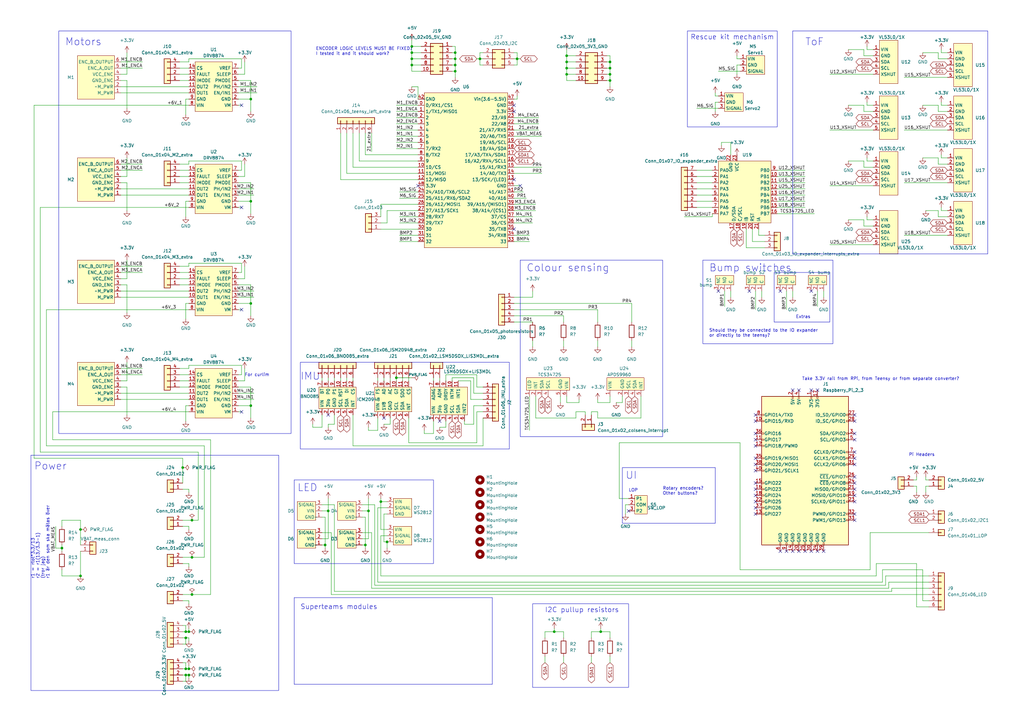
<source format=kicad_sch>
(kicad_sch (version 20230121) (generator eeschema)
  (paper "A3")
  (title_block (company "ED Robotics"))
  (junction (at 78.74 228.6))
  (junction (at 76.2 274.32))
  (junction (at 102.87 166.37))
  (junction (at 33.02 236.22))
  (junction (at 102.87 82.55))
  (junction (at 232.41 22.86))
  (junction (at 232.41 27.94))
  (junction (at 246.38 259.08))
  (junction (at 76.2 259.08))
  (junction (at 232.41 25.4))
  (junction (at 250.19 27.94))
  (junction (at 162.56 154.94))
  (junction (at 78.74 213.36))
  (junction (at 250.19 25.4))
  (junction (at 196.85 24.13))
  (junction (at 158.75 222.25))
  (junction (at 250.19 33.02))
  (junction (at 25.4 224.79))
  (junction (at 186.69 26.67))
  (junction (at 168.91 26.67))
  (junction (at 76.2 261.62))
  (junction (at 186.69 21.59))
  (junction (at 250.19 30.48))
  (junction (at 186.69 24.13))
  (junction (at 76.2 276.86))
  (junction (at 33.02 217.17))
  (junction (at 186.69 29.21))
  (junction (at 232.41 30.48))
  (junction (at 102.87 124.46))
  (junction (at 74.93 191.77))
  (junction (at 134.62 209.55))
  (junction (at 168.91 19.05))
  (junction (at 77.47 274.32))
  (junction (at 78.74 243.84))
  (junction (at 168.91 21.59))
  (junction (at 212.09 24.13))
  (junction (at 133.35 223.52))
  (junction (at 168.91 24.13))
  (junction (at 102.87 40.64))
  (junction (at 151.13 209.55))
  (junction (at 227.33 259.08))
  (junction (at 156.21 205.74))
  (junction (at 149.86 223.52))
  (junction (at 77.47 259.08))
  (junction (at 77.47 276.86))
  (no_connect (at 309.88 208.28))
  (no_connect (at 99.06 127))
  (no_connect (at 213.36 76.2))
  (no_connect (at 350.52 205.74))
  (no_connect (at 320.04 119.38))
  (no_connect (at 330.2 226.06))
  (no_connect (at 309.88 187.96))
  (no_connect (at 350.52 187.96))
  (no_connect (at 309.88 172.72))
  (no_connect (at 309.88 203.2))
  (no_connect (at 309.88 182.88))
  (no_connect (at 309.88 190.5))
  (no_connect (at 210.82 45.72))
  (no_connect (at 332.74 160.02))
  (no_connect (at 134.62 170.18))
  (no_connect (at 350.52 210.82))
  (no_connect (at 327.66 160.02))
  (no_connect (at 350.52 180.34))
  (no_connect (at 335.28 160.02))
  (no_connect (at 309.88 205.74))
  (no_connect (at 350.52 190.5))
  (no_connect (at 307.34 119.38))
  (no_connect (at 327.66 226.06))
  (no_connect (at 309.88 170.18))
  (no_connect (at 350.52 185.42))
  (no_connect (at 325.12 226.06))
  (no_connect (at 99.06 85.09))
  (no_connect (at 309.88 180.34))
  (no_connect (at 350.52 195.58))
  (no_connect (at 257.81 209.55))
  (no_connect (at 332.74 226.06))
  (no_connect (at 180.34 172.72))
  (no_connect (at 99.06 168.91))
  (no_connect (at 335.28 226.06))
  (no_connect (at 332.74 119.38))
  (no_connect (at 350.52 172.72))
  (no_connect (at 350.52 213.36))
  (no_connect (at 309.88 177.8))
  (no_connect (at 337.82 226.06))
  (no_connect (at 210.82 93.98))
  (no_connect (at 157.48 171.45))
  (no_connect (at 350.52 170.18))
  (no_connect (at 350.52 177.8))
  (no_connect (at 322.58 226.06))
  (no_connect (at 210.82 43.18))
  (no_connect (at 309.88 210.82))
  (no_connect (at 171.45 76.2))
  (no_connect (at 320.04 226.06))
  (no_connect (at 294.64 119.38))
  (no_connect (at 325.12 160.02))
  (no_connect (at 350.52 198.12))
  (no_connect (at 309.88 198.12))
  (no_connect (at 350.52 200.66))
  (no_connect (at 99.06 43.18))
  (no_connect (at 309.88 193.04))
  (no_connect (at 350.52 203.2))
  (no_connect (at 210.82 73.66))
  (no_connect (at 309.88 200.66))
  (wire (pts (xy 99.06 66.04) (xy 99.06 69.85)))
  (wire (pts (xy 299.72 58.42) (xy 295.91 58.42)))
  (wire (pts (xy 255.27 165.1) (xy 252.73 165.1)))
  (wire (pts (xy 99.06 24.13) (xy 99.06 27.94)))
  (wire (pts (xy 355.6 41.91) (xy 355.6 43.18)))
  (wire (pts (xy 285.75 80.01) (xy 292.1 80.01)))
  (wire (pts (xy 354.33 22.86) (xy 354.33 20.32)))
  (wire (pts (xy 49.53 114.3) (xy 52.07 114.3)))
  (wire (pts (xy 74.93 246.38) (xy 77.47 246.38)))
  (wire (pts (xy 73.66 116.84) (xy 77.47 116.84)))
  (wire (pts (xy 16.51 185.42) (xy 16.51 85.09)))
  (wire (pts (xy 134.62 173.99) (xy 137.16 173.99)))
  (wire (pts (xy 227.33 259.08) (xy 227.33 257.81)))
  (wire (pts (xy 135.89 243.84) (xy 381 243.84)))
  (wire (pts (xy 163.83 99.06) (xy 171.45 99.06)))
  (wire (pts (xy 386.08 43.18) (xy 388.62 43.18)))
  (wire (pts (xy 99.06 168.91) (xy 97.79 168.91)))
  (wire (pts (xy 223.52 259.08) (xy 223.52 261.62)))
  (wire (pts (xy 212.09 40.64) (xy 212.09 39.37)))
  (wire (pts (xy 248.92 25.4) (xy 250.19 25.4)))
  (wire (pts (xy 162.56 53.34) (xy 171.45 53.34)))
  (wire (pts (xy 162.56 43.18) (xy 171.45 43.18)))
  (wire (pts (xy 74.93 243.84) (xy 78.74 243.84)))
  (wire (pts (xy 358.14 92.71) (xy 354.33 92.71)))
  (wire (pts (xy 99.06 43.18) (xy 97.79 43.18)))
  (wire (pts (xy 210.82 21.59) (xy 212.09 21.59)))
  (wire (pts (xy 384.81 88.9) (xy 384.81 86.36)))
  (wire (pts (xy 358.14 45.72) (xy 354.33 45.72)))
  (wire (pts (xy 186.69 24.13) (xy 186.69 26.67)))
  (wire (pts (xy 49.53 151.13) (xy 58.42 151.13)))
  (wire (pts (xy 302.26 24.13) (xy 302.26 22.86)))
  (wire (pts (xy 242.57 269.24) (xy 242.57 271.78)))
  (wire (pts (xy 78.74 243.84) (xy 86.36 243.84)))
  (wire (pts (xy 49.53 153.67) (xy 58.42 153.67)))
  (wire (pts (xy 255.27 162.56) (xy 255.27 165.1)))
  (wire (pts (xy 210.82 50.8) (xy 220.98 50.8)))
  (wire (pts (xy 151.13 175.26) (xy 151.13 176.53)))
  (wire (pts (xy 280.67 88.9) (xy 292.1 88.9)))
  (wire (pts (xy 153.67 207.01) (xy 153.67 240.03)))
  (wire (pts (xy 149.86 223.52) (xy 148.59 223.52)))
  (wire (pts (xy 77.47 109.22) (xy 77.47 107.95)))
  (wire (pts (xy 86.36 180.34) (xy 21.59 180.34)))
  (wire (pts (xy 133.35 212.09) (xy 133.35 223.52)))
  (wire (pts (xy 318.77 85.09) (xy 330.2 85.09)))
  (wire (pts (xy 52.07 21.59) (xy 52.07 30.48)))
  (wire (pts (xy 74.93 215.9) (xy 77.47 215.9)))
  (wire (pts (xy 139.7 73.66) (xy 139.7 54.61)))
  (wire (pts (xy 232.41 20.32) (xy 232.41 22.86)))
  (wire (pts (xy 168.91 24.13) (xy 172.72 24.13)))
  (wire (pts (xy 49.53 119.38) (xy 77.47 119.38)))
  (wire (pts (xy 242.57 259.08) (xy 242.57 261.62)))
  (wire (pts (xy 306.07 93.98) (xy 306.07 101.6)))
  (wire (pts (xy 177.8 154.94) (xy 177.8 156.21)))
  (wire (pts (xy 236.22 171.45) (xy 236.22 168.91)))
  (wire (pts (xy 384.81 67.31) (xy 384.81 64.77)))
  (wire (pts (xy 354.33 20.32) (xy 347.98 20.32)))
  (wire (pts (xy 308.61 93.98) (xy 308.61 99.06)))
  (wire (pts (xy 231.14 129.54) (xy 231.14 132.08)))
  (wire (pts (xy 388.62 24.13) (xy 384.81 24.13)))
  (wire (pts (xy 97.79 38.1) (xy 105.41 38.1)))
  (wire (pts (xy 76.2 276.86) (xy 77.47 276.86)))
  (wire (pts (xy 232.41 25.4) (xy 236.22 25.4)))
  (wire (pts (xy 212.09 24.13) (xy 210.82 24.13)))
  (wire (pts (xy 312.42 119.38) (xy 312.42 121.92)))
  (wire (pts (xy 195.58 158.75) (xy 198.12 158.75)))
  (wire (pts (xy 162.56 45.72) (xy 171.45 45.72)))
  (wire (pts (xy 76.2 256.54) (xy 76.2 259.08)))
  (wire (pts (xy 97.79 163.83) (xy 104.14 163.83)))
  (wire (pts (xy 163.83 81.28) (xy 171.45 81.28)))
  (wire (pts (xy 318.77 82.55) (xy 330.2 82.55)))
  (wire (pts (xy 168.91 29.21) (xy 172.72 29.21)))
  (wire (pts (xy 49.53 35.56) (xy 77.47 35.56)))
  (wire (pts (xy 154.94 154.94) (xy 154.94 156.21)))
  (wire (pts (xy 354.33 43.18) (xy 347.98 43.18)))
  (wire (pts (xy 158.75 86.36) (xy 171.45 86.36)))
  (wire (pts (xy 156.21 88.9) (xy 156.21 83.82)))
  (wire (pts (xy 259.08 139.7) (xy 259.08 142.24)))
  (wire (pts (xy 102.87 82.55) (xy 102.87 87.63)))
  (wire (pts (xy 153.67 240.03) (xy 363.22 240.03)))
  (wire (pts (xy 77.47 259.08) (xy 77.47 257.81)))
  (wire (pts (xy 168.91 26.67) (xy 172.72 26.67)))
  (wire (pts (xy 231.14 269.24) (xy 231.14 271.78)))
  (wire (pts (xy 375.92 231.14) (xy 375.92 248.92)))
  (wire (pts (xy 232.41 30.48) (xy 232.41 27.94)))
  (wire (pts (xy 245.11 163.83) (xy 245.11 165.1)))
  (wire (pts (xy 386.08 21.59) (xy 388.62 21.59)))
  (wire (pts (xy 97.79 35.56) (xy 105.41 35.56)))
  (wire (pts (xy 218.44 121.92) (xy 218.44 119.38)))
  (wire (pts (xy 237.49 165.1) (xy 237.49 163.83)))
  (wire (pts (xy 361.95 238.76) (xy 154.94 238.76)))
  (wire (pts (xy 182.88 175.26) (xy 180.34 175.26)))
  (wire (pts (xy 227.33 259.08) (xy 231.14 259.08)))
  (wire (pts (xy 322.58 119.38) (xy 322.58 127)))
  (wire (pts (xy 210.82 81.28) (xy 215.9 81.28)))
  (wire (pts (xy 375.92 199.39) (xy 374.65 199.39)))
  (wire (pts (xy 49.53 30.48) (xy 52.07 30.48)))
  (wire (pts (xy 370.84 74.93) (xy 388.62 74.93)))
  (wire (pts (xy 74.93 276.86) (xy 76.2 276.86)))
  (wire (pts (xy 128.27 173.99) (xy 128.27 175.26)))
  (wire (pts (xy 156.21 91.44) (xy 158.75 91.44)))
  (wire (pts (xy 355.6 90.17) (xy 358.14 90.17)))
  (wire (pts (xy 156.21 217.17) (xy 156.21 205.74)))
  (wire (pts (xy 97.79 30.48) (xy 100.33 30.48)))
  (wire (pts (xy 245.11 165.1) (xy 250.19 165.1)))
  (wire (pts (xy 195.58 168.91) (xy 198.12 168.91)))
  (wire (pts (xy 74.93 191.77) (xy 74.93 198.12)))
  (wire (pts (xy 83.82 228.6) (xy 83.82 182.88)))
  (wire (pts (xy 303.53 181.61) (xy 303.53 233.68)))
  (wire (pts (xy 102.87 124.46) (xy 102.87 129.54)))
  (wire (pts (xy 186.69 26.67) (xy 186.69 29.21)))
  (wire (pts (xy 299.72 119.38) (xy 299.72 121.92)))
  (wire (pts (xy 311.15 93.98) (xy 311.15 96.52)))
  (wire (pts (xy 162.56 154.94) (xy 162.56 156.21)))
  (wire (pts (xy 318.77 74.93) (xy 330.2 74.93)))
  (wire (pts (xy 74.93 231.14) (xy 77.47 231.14)))
  (wire (pts (xy 232.41 22.86) (xy 232.41 25.4)))
  (wire (pts (xy 73.66 30.48) (xy 77.47 30.48)))
  (wire (pts (xy 167.64 171.45) (xy 167.64 181.61)))
  (wire (pts (xy 25.4 236.22) (xy 33.02 236.22)))
  (wire (pts (xy 340.36 76.2) (xy 358.14 76.2)))
  (wire (pts (xy 86.36 243.84) (xy 86.36 180.34)))
  (wire (pts (xy 152.4 54.61) (xy 152.4 62.23)))
  (wire (pts (xy 285.75 85.09) (xy 292.1 85.09)))
  (wire (pts (xy 245.11 168.91) (xy 242.57 168.91)))
  (wire (pts (xy 49.53 25.4) (xy 58.42 25.4)))
  (wire (pts (xy 185.42 21.59) (xy 186.69 21.59)))
  (wire (pts (xy 137.16 242.57) (xy 365.76 242.57)))
  (wire (pts (xy 77.47 274.32) (xy 77.47 273.05)))
  (wire (pts (xy 167.64 181.61) (xy 195.58 181.61)))
  (wire (pts (xy 218.44 139.7) (xy 218.44 142.24)))
  (wire (pts (xy 232.41 33.02) (xy 232.41 30.48)))
  (wire (pts (xy 232.41 27.94) (xy 236.22 27.94)))
  (wire (pts (xy 73.66 74.93) (xy 77.47 74.93)))
  (wire (pts (xy 384.81 86.36) (xy 379.73 86.36)))
  (wire (pts (xy 219.71 171.45) (xy 236.22 171.45)))
  (wire (pts (xy 74.93 256.54) (xy 76.2 256.54)))
  (wire (pts (xy 156.21 83.82) (xy 171.45 83.82)))
  (wire (pts (xy 359.41 236.22) (xy 156.21 236.22)))
  (wire (pts (xy 293.37 38.1) (xy 293.37 39.37)))
  (wire (pts (xy 144.78 154.94) (xy 144.78 156.21)))
  (wire (pts (xy 135.89 218.44) (xy 135.89 243.84)))
  (wire (pts (xy 137.16 154.94) (xy 137.16 156.21)))
  (wire (pts (xy 250.19 22.86) (xy 250.19 25.4)))
  (wire (pts (xy 365.76 242.57) (xy 365.76 241.3)))
  (wire (pts (xy 186.69 29.21) (xy 186.69 31.75)))
  (wire (pts (xy 77.47 24.13) (xy 99.06 24.13)))
  (wire (pts (xy 139.7 154.94) (xy 139.7 156.21)))
  (wire (pts (xy 325.12 119.38) (xy 325.12 121.92)))
  (wire (pts (xy 171.45 68.58) (xy 144.78 68.58)))
  (wire (pts (xy 171.45 73.66) (xy 139.7 73.66)))
  (wire (pts (xy 354.33 92.71) (xy 354.33 90.17)))
  (wire (pts (xy 250.19 25.4) (xy 250.19 27.94)))
  (wire (pts (xy 160.02 173.99) (xy 157.48 173.99)))
  (wire (pts (xy 76.2 279.4) (xy 76.2 276.86)))
  (wire (pts (xy 186.69 21.59) (xy 186.69 24.13)))
  (wire (pts (xy 73.66 69.85) (xy 77.47 69.85)))
  (wire (pts (xy 133.35 223.52) (xy 132.08 223.52)))
  (wire (pts (xy 73.66 156.21) (xy 77.47 156.21)))
  (wire (pts (xy 375.92 199.39) (xy 375.92 201.93)))
  (wire (pts (xy 318.77 80.01) (xy 330.2 80.01)))
  (wire (pts (xy 132.08 207.01) (xy 137.16 207.01)))
  (wire (pts (xy 158.75 210.82) (xy 157.48 210.82)))
  (wire (pts (xy 168.91 19.05) (xy 172.72 19.05)))
  (wire (pts (xy 52.07 72.39) (xy 52.07 64.77)))
  (wire (pts (xy 254 204.47) (xy 254 181.61)))
  (wire (pts (xy 102.87 124.46) (xy 102.87 116.84)))
  (wire (pts (xy 299.72 63.5) (xy 299.72 58.42)))
  (wire (pts (xy 223.52 269.24) (xy 223.52 271.78)))
  (wire (pts (xy 33.02 217.17) (xy 33.02 223.52)))
  (wire (pts (xy 49.53 80.01) (xy 77.47 80.01)))
  (wire (pts (xy 285.75 77.47) (xy 292.1 77.47)))
  (wire (pts (xy 210.82 91.44) (xy 218.44 91.44)))
  (wire (pts (xy 148.59 220.98) (xy 151.13 220.98)))
  (wire (pts (xy 335.28 119.38) (xy 335.28 125.73)))
  (wire (pts (xy 13.97 43.18) (xy 77.47 43.18)))
  (wire (pts (xy 302.26 30.48) (xy 302.26 26.67)))
  (wire (pts (xy 151.13 220.98) (xy 151.13 209.55)))
  (wire (pts (xy 187.96 156.21) (xy 193.04 156.21)))
  (wire (pts (xy 363.22 240.03) (xy 363.22 236.22)))
  (wire (pts (xy 158.75 217.17) (xy 156.21 217.17)))
  (wire (pts (xy 76.2 166.37) (xy 77.47 166.37)))
  (wire (pts (xy 52.07 116.84) (xy 52.07 128.27)))
  (wire (pts (xy 99.06 69.85) (xy 97.79 69.85)))
  (wire (pts (xy 132.08 220.98) (xy 134.62 220.98)))
  (wire (pts (xy 76.2 40.64) (xy 76.2 46.99)))
  (wire (pts (xy 132.08 212.09) (xy 133.35 212.09)))
  (wire (pts (xy 97.79 72.39) (xy 100.33 72.39)))
  (wire (pts (xy 158.75 205.74) (xy 156.21 205.74)))
  (wire (pts (xy 160.02 171.45) (xy 160.02 173.99)))
  (wire (pts (xy 358.14 68.58) (xy 354.33 68.58)))
  (wire (pts (xy 386.08 86.36) (xy 388.62 86.36)))
  (wire (pts (xy 76.2 264.16) (xy 76.2 261.62)))
  (wire (pts (xy 180.34 154.94) (xy 180.34 156.21)))
  (wire (pts (xy 384.81 43.18) (xy 378.46 43.18)))
  (wire (pts (xy 33.02 226.06) (xy 33.02 236.22)))
  (wire (pts (xy 248.92 30.48) (xy 250.19 30.48)))
  (wire (pts (xy 100.33 72.39) (xy 100.33 67.31)))
  (wire (pts (xy 232.41 30.48) (xy 236.22 30.48)))
  (wire (pts (xy 74.93 228.6) (xy 78.74 228.6)))
  (wire (pts (xy 162.56 55.88) (xy 171.45 55.88)))
  (wire (pts (xy 163.83 78.74) (xy 171.45 78.74)))
  (wire (pts (xy 148.59 207.01) (xy 153.67 207.01)))
  (wire (pts (xy 49.53 121.92) (xy 77.47 121.92)))
  (wire (pts (xy 210.82 124.46) (xy 259.08 124.46)))
  (wire (pts (xy 285.75 44.45) (xy 294.64 44.45)))
  (wire (pts (xy 77.47 261.62) (xy 76.2 261.62)))
  (wire (pts (xy 73.66 25.4) (xy 77.47 25.4)))
  (wire (pts (xy 97.79 77.47) (xy 104.14 77.47)))
  (wire (pts (xy 13.97 187.96) (xy 13.97 43.18)))
  (wire (pts (xy 386.08 63.5) (xy 386.08 64.77)))
  (wire (pts (xy 364.49 238.76) (xy 381 238.76)))
  (wire (pts (xy 196.85 21.59) (xy 196.85 24.13)))
  (wire (pts (xy 147.32 54.61) (xy 147.32 66.04)))
  (wire (pts (xy 378.46 233.68) (xy 378.46 246.38)))
  (wire (pts (xy 285.75 74.93) (xy 292.1 74.93)))
  (wire (pts (xy 81.28 185.42) (xy 16.51 185.42)))
  (wire (pts (xy 163.83 88.9) (xy 171.45 88.9)))
  (wire (pts (xy 22.86 224.79) (xy 25.4 224.79)))
  (wire (pts (xy 168.91 29.21) (xy 168.91 26.67)))
  (wire (pts (xy 245.11 171.45) (xy 245.11 168.91)))
  (wire (pts (xy 137.16 207.01) (xy 137.16 242.57)))
  (wire (pts (xy 356.87 218.44) (xy 381 218.44)))
  (wire (pts (xy 99.06 153.67) (xy 97.79 153.67)))
  (wire (pts (xy 77.47 215.9) (xy 77.47 217.17)))
  (wire (pts (xy 134.62 209.55) (xy 134.62 204.47)))
  (wire (pts (xy 250.19 165.1) (xy 250.19 162.56)))
  (wire (pts (xy 388.62 88.9) (xy 384.81 88.9)))
  (wire (pts (xy 168.91 16.51) (xy 168.91 19.05)))
  (wire (pts (xy 168.91 21.59) (xy 168.91 24.13)))
  (wire (pts (xy 185.42 19.05) (xy 186.69 19.05)))
  (wire (pts (xy 74.93 213.36) (xy 78.74 213.36)))
  (wire (pts (xy 190.5 173.99) (xy 194.31 173.99)))
  (wire (pts (xy 245.11 127) (xy 245.11 132.08)))
  (wire (pts (xy 246.38 259.08) (xy 250.19 259.08)))
  (wire (pts (xy 148.59 209.55) (xy 151.13 209.55)))
  (wire (pts (xy 102.87 74.93) (xy 97.79 74.93)))
  (wire (pts (xy 49.53 109.22) (xy 58.42 109.22)))
  (wire (pts (xy 384.81 24.13) (xy 384.81 21.59)))
  (wire (pts (xy 144.78 68.58) (xy 144.78 54.61)))
  (wire (pts (xy 355.6 19.05) (xy 355.6 20.32)))
  (wire (pts (xy 156.21 219.71) (xy 158.75 219.71)))
  (wire (pts (xy 142.24 71.12) (xy 171.45 71.12)))
  (wire (pts (xy 97.79 82.55) (xy 102.87 82.55)))
  (wire (pts (xy 294.64 41.91) (xy 293.37 41.91)))
  (wire (pts (xy 375.92 195.58) (xy 375.92 196.85)))
  (wire (pts (xy 73.66 151.13) (xy 77.47 151.13)))
  (wire (pts (xy 74.93 200.66) (xy 77.47 200.66)))
  (wire (pts (xy 97.79 80.01) (xy 104.14 80.01)))
  (wire (pts (xy 33.02 213.36) (xy 33.02 217.17)))
  (wire (pts (xy 154.94 208.28) (xy 158.75 208.28)))
  (wire (pts (xy 171.45 96.52) (xy 163.83 96.52)))
  (wire (pts (xy 73.66 114.3) (xy 77.47 114.3)))
  (wire (pts (xy 73.66 111.76) (xy 77.47 111.76)))
  (wire (pts (xy 262.89 162.56) (xy 262.89 171.45)))
  (wire (pts (xy 76.2 261.62) (xy 74.93 261.62)))
  (wire (pts (xy 292.1 88.9) (xy 292.1 87.63)))
  (wire (pts (xy 52.07 116.84) (xy 49.53 116.84)))
  (wire (pts (xy 162.56 58.42) (xy 171.45 58.42)))
  (wire (pts (xy 254 181.61) (xy 303.53 181.61)))
  (wire (pts (xy 168.91 26.67) (xy 168.91 24.13)))
  (wire (pts (xy 52.07 158.75) (xy 49.53 158.75)))
  (wire (pts (xy 102.87 82.55) (xy 102.87 74.93)))
  (wire (pts (xy 232.41 33.02) (xy 236.22 33.02)))
  (wire (pts (xy 74.93 271.78) (xy 76.2 271.78)))
  (wire (pts (xy 318.77 69.85) (xy 330.2 69.85)))
  (wire (pts (xy 186.69 19.05) (xy 186.69 21.59)))
  (wire (pts (xy 132.08 218.44) (xy 135.89 218.44)))
  (wire (pts (xy 144.78 182.88) (xy 198.12 182.88)))
  (wire (pts (xy 73.66 27.94) (xy 77.47 27.94)))
  (wire (pts (xy 354.33 45.72) (xy 354.33 43.18)))
  (wire (pts (xy 99.06 107.95) (xy 99.06 111.76)))
  (wire (pts (xy 355.6 88.9) (xy 355.6 90.17)))
  (wire (pts (xy 358.14 22.86) (xy 354.33 22.86)))
  (wire (pts (xy 167.64 154.94) (xy 167.64 156.21)))
  (wire (pts (xy 49.53 27.94) (xy 58.42 27.94)))
  (wire (pts (xy 293.37 41.91) (xy 293.37 45.72)))
  (wire (pts (xy 384.81 21.59) (xy 378.46 21.59)))
  (wire (pts (xy 210.82 132.08) (xy 218.44 132.08)))
  (wire (pts (xy 388.62 45.72) (xy 384.81 45.72)))
  (wire (pts (xy 134.62 220.98) (xy 134.62 209.55)))
  (wire (pts (xy 210.82 127) (xy 245.11 127)))
  (wire (pts (xy 77.47 261.62) (xy 77.47 262.89)))
  (wire (pts (xy 190.5 172.72) (xy 190.5 173.99)))
  (wire (pts (xy 52.07 158.75) (xy 52.07 170.18)))
  (wire (pts (xy 49.53 38.1) (xy 77.47 38.1)))
  (wire (pts (xy 49.53 67.31) (xy 58.42 67.31)))
  (wire (pts (xy 384.81 64.77) (xy 378.46 64.77)))
  (wire (pts (xy 285.75 69.85) (xy 292.1 69.85)))
  (wire (pts (xy 246.38 259.08) (xy 246.38 257.81)))
  (wire (pts (xy 194.31 166.37) (xy 198.12 166.37)))
  (wire (pts (xy 379.73 196.85) (xy 381 196.85)))
  (wire (pts (xy 49.53 161.29) (xy 77.47 161.29)))
  (wire (pts (xy 76.2 124.46) (xy 76.2 130.81)))
  (wire (pts (xy 102.87 116.84) (xy 97.79 116.84)))
  (wire (pts (xy 210.82 48.26) (xy 220.98 48.26)))
  (wire (pts (xy 158.75 222.25) (xy 157.48 222.25)))
  (wire (pts (xy 185.42 24.13) (xy 186.69 24.13)))
  (wire (pts (xy 232.41 162.56) (xy 232.41 165.1)))
  (wire (pts (xy 99.06 85.09) (xy 97.79 85.09)))
  (wire (pts (xy 210.82 99.06) (xy 217.17 99.06)))
  (wire (pts (xy 217.17 162.56) (xy 217.17 176.53)))
  (wire (pts (xy 248.92 22.86) (xy 250.19 22.86)))
  (wire (pts (xy 240.03 168.91) (xy 240.03 170.18)))
  (wire (pts (xy 195.58 181.61) (xy 195.58 168.91)))
  (wire (pts (xy 78.74 213.36) (xy 81.28 213.36)))
  (wire (pts (xy 210.82 68.58) (xy 222.25 68.58)))
  (wire (pts (xy 359.41 231.14) (xy 359.41 236.22)))
  (wire (pts (xy 132.08 175.26) (xy 132.08 170.18)))
  (wire (pts (xy 73.66 153.67) (xy 77.47 153.67)))
  (wire (pts (xy 160.02 154.94) (xy 160.02 156.21)))
  (wire (pts (xy 162.56 48.26) (xy 171.45 48.26)))
  (wire (pts (xy 73.66 67.31) (xy 77.47 67.31)))
  (wire (pts (xy 185.42 26.67) (xy 186.69 26.67)))
  (wire (pts (xy 232.41 165.1) (xy 237.49 165.1)))
  (wire (pts (xy 379.73 195.58) (xy 379.73 196.85)))
  (wire (pts (xy 25.4 233.68) (xy 25.4 236.22)))
  (wire (pts (xy 375.92 196.85) (xy 374.65 196.85)))
  (wire (pts (xy 340.36 100.33) (xy 358.14 100.33)))
  (wire (pts (xy 386.08 64.77) (xy 388.62 64.77)))
  (wire (pts (xy 210.82 129.54) (xy 231.14 129.54)))
  (wire (pts (xy 375.92 248.92) (xy 381 248.92)))
  (wire (pts (xy 171.45 40.64) (xy 171.45 35.56)))
  (wire (pts (xy 74.93 274.32) (xy 76.2 274.32)))
  (wire (pts (xy 158.75 91.44) (xy 158.75 86.36)))
  (wire (pts (xy 25.4 223.52) (xy 25.4 224.79)))
  (wire (pts (xy 250.19 33.02) (xy 250.19 35.56)))
  (wire (pts (xy 49.53 72.39) (xy 52.07 72.39)))
  (wire (pts (xy 354.33 68.58) (xy 354.33 66.04)))
  (wire (pts (xy 173.99 176.53) (xy 173.99 177.8)))
  (wire (pts (xy 102.87 40.64) (xy 102.87 33.02)))
  (wire (pts (xy 196.85 24.13) (xy 198.12 24.13)))
  (wire (pts (xy 151.13 176.53) (xy 154.94 176.53)))
  (wire (pts (xy 370.84 53.34) (xy 388.62 53.34)))
  (wire (pts (xy 74.93 187.96) (xy 13.97 187.96)))
  (wire (pts (xy 210.82 86.36) (xy 219.71 86.36)))
  (wire (pts (xy 196.85 26.67) (xy 196.85 24.13)))
  (wire (pts (xy 168.91 21.59) (xy 172.72 21.59)))
  (wire (pts (xy 25.4 224.79) (xy 25.4 226.06)))
  (wire (pts (xy 83.82 182.88) (xy 19.05 182.88)))
  (wire (pts (xy 152.4 241.3) (xy 364.49 241.3)))
  (wire (pts (xy 245.11 139.7) (xy 245.11 142.24)))
  (wire (pts (xy 78.74 228.6) (xy 83.82 228.6)))
  (wire (pts (xy 309.88 119.38) (xy 309.88 127)))
  (wire (pts (xy 77.47 107.95) (xy 99.06 107.95)))
  (wire (pts (xy 73.66 33.02) (xy 77.47 33.02)))
  (wire (pts (xy 81.28 213.36) (xy 81.28 185.42)))
  (wire (pts (xy 210.82 88.9) (xy 218.44 88.9)))
  (wire (pts (xy 370.84 31.75) (xy 388.62 31.75)))
  (wire (pts (xy 177.8 177.8) (xy 177.8 172.72)))
  (wire (pts (xy 100.33 30.48) (xy 100.33 25.4)))
  (wire (pts (xy 151.13 209.55) (xy 151.13 204.47)))
  (wire (pts (xy 248.92 33.02) (xy 250.19 33.02)))
  (wire (pts (xy 134.62 173.99) (xy 134.62 175.26)))
  (wire (pts (xy 354.33 90.17) (xy 347.98 90.17)))
  (wire (pts (xy 198.12 21.59) (xy 196.85 21.59)))
  (wire (pts (xy 77.47 246.38) (xy 77.47 247.65)))
  (wire (pts (xy 74.93 279.4) (xy 76.2 279.4)))
  (wire (pts (xy 182.88 172.72) (xy 182.88 175.26)))
  (wire (pts (xy 194.31 173.99) (xy 194.31 166.37)))
  (wire (pts (xy 355.6 43.18) (xy 358.14 43.18)))
  (wire (pts (xy 384.81 45.72) (xy 384.81 43.18)))
  (wire (pts (xy 318.77 87.63) (xy 334.01 87.63)))
  (wire (pts (xy 149.86 212.09) (xy 149.86 223.52)))
  (wire (pts (xy 144.78 170.18) (xy 144.78 182.88)))
  (wire (pts (xy 99.06 149.86) (xy 99.06 153.67)))
  (wire (pts (xy 308.61 99.06) (xy 313.69 99.06)))
  (wire (pts (xy 386.08 85.09) (xy 386.08 86.36)))
  (wire (pts (xy 52.07 74.93) (xy 49.53 74.93)))
  (wire (pts (xy 356.87 233.68) (xy 356.87 218.44)))
  (wire (pts (xy 359.41 231.14) (xy 375.92 231.14)))
  (wire (pts (xy 223.52 259.08) (xy 227.33 259.08)))
  (wire (pts (xy 142.24 54.61) (xy 142.24 71.12)))
  (wire (pts (xy 259.08 124.46) (xy 259.08 132.08)))
  (wire (pts (xy 97.79 161.29) (xy 104.14 161.29)))
  (wire (pts (xy 295.91 58.42) (xy 295.91 59.69)))
  (wire (pts (xy 210.82 121.92) (xy 218.44 121.92)))
  (wire (pts (xy 386.08 41.91) (xy 386.08 43.18)))
  (wire (pts (xy 147.32 66.04) (xy 171.45 66.04)))
  (wire (pts (xy 102.87 166.37) (xy 102.87 158.75)))
  (wire (pts (xy 73.66 109.22) (xy 77.47 109.22)))
  (wire (pts (xy 361.95 233.68) (xy 378.46 233.68)))
  (wire (pts (xy 257.81 204.47) (xy 254 204.47)))
  (wire (pts (xy 21.59 168.91) (xy 77.47 168.91)))
  (wire (pts (xy 212.09 40.64) (xy 210.82 40.64)))
  (wire (pts (xy 154.94 176.53) (xy 154.94 171.45)))
  (wire (pts (xy 19.05 127) (xy 77.47 127)))
  (wire (pts (xy 19.05 182.88) (xy 19.05 127)))
  (wire (pts (xy 198.12 182.88) (xy 198.12 171.45)))
  (wire (pts (xy 52.07 33.02) (xy 52.07 44.45)))
  (wire (pts (xy 198.12 26.67) (xy 196.85 26.67)))
  (wire (pts (xy 318.77 72.39) (xy 330.2 72.39)))
  (wire (pts (xy 171.45 63.5) (xy 149.86 63.5)))
  (wire (pts (xy 379.73 199.39) (xy 381 199.39)))
  (wire (pts (xy 210.82 78.74) (xy 214.63 78.74)))
  (wire (pts (xy 102.87 158.75) (xy 97.79 158.75)))
  (wire (pts (xy 142.24 154.94) (xy 142.24 156.21)))
  (wire (pts (xy 302.26 26.67) (xy 303.53 26.67)))
  (wire (pts (xy 128.27 175.26) (xy 132.08 175.26)))
  (wire (pts (xy 194.31 161.29) (xy 198.12 161.29)))
  (wire (pts (xy 182.88 153.67) (xy 195.58 153.67)))
  (wire (pts (xy 100.33 156.21) (xy 100.33 151.13)))
  (wire (pts (xy 74.93 264.16) (xy 76.2 264.16)))
  (wire (pts (xy 303.53 24.13) (xy 302.26 24.13)))
  (wire (pts (xy 97.79 156.21) (xy 100.33 156.21)))
  (wire (pts (xy 156.21 236.22) (xy 156.21 219.71)))
  (wire (pts (xy 25.4 215.9) (xy 25.4 213.36)))
  (wire (pts (xy 370.84 96.52) (xy 388.62 96.52)))
  (wire (pts (xy 156.21 205.74) (xy 156.21 204.47)))
  (wire (pts (xy 16.51 85.09) (xy 77.47 85.09)))
  (wire (pts (xy 210.82 83.82) (xy 219.71 83.82)))
  (wire (pts (xy 25.4 213.36) (xy 33.02 213.36)))
  (wire (pts (xy 76.2 271.78) (xy 76.2 274.32)))
  (wire (pts (xy 256.54 207.01) (xy 256.54 210.82)))
  (wire (pts (xy 76.2 166.37) (xy 76.2 172.72)))
  (wire (pts (xy 73.66 72.39) (xy 77.47 72.39)))
  (wire (pts (xy 378.46 246.38) (xy 381 246.38)))
  (wire (pts (xy 306.07 101.6) (xy 313.69 101.6)))
  (wire (pts (xy 77.47 151.13) (xy 77.47 149.86)))
  (wire (pts (xy 77.47 66.04) (xy 99.06 66.04)))
  (wire (pts (xy 74.93 259.08) (xy 76.2 259.08)))
  (wire (pts (xy 76.2 82.55) (xy 77.47 82.55)))
  (wire (pts (xy 100.33 114.3) (xy 100.33 109.22)))
  (wire (pts (xy 231.14 259.08) (xy 231.14 261.62)))
  (wire (pts (xy 213.36 24.13) (xy 212.09 24.13)))
  (wire (pts (xy 355.6 64.77) (xy 355.6 66.04)))
  (wire (pts (xy 52.07 74.93) (xy 52.07 86.36)))
  (wire (pts (xy 232.41 25.4) (xy 232.41 27.94)))
  (wire (pts (xy 149.86 63.5) (xy 149.86 54.61)))
  (wire (pts (xy 231.14 139.7) (xy 231.14 142.24)))
  (wire (pts (xy 49.53 163.83) (xy 77.47 163.83)))
  (wire (pts (xy 257.81 207.01) (xy 256.54 207.01)))
  (wire (pts (xy 379.73 199.39) (xy 379.73 201.93)))
  (wire (pts (xy 22.86 215.9) (xy 22.86 224.79)))
  (wire (pts (xy 137.16 173.99) (xy 137.16 170.18)))
  (wire (pts (xy 149.86 223.52) (xy 149.86 224.79)))
  (wire (pts (xy 210.82 71.12) (xy 222.25 71.12)))
  (wire (pts (xy 193.04 156.21) (xy 193.04 163.83)))
  (wire (pts (xy 97.79 114.3) (xy 100.33 114.3)))
  (wire (pts (xy 158.75 222.25) (xy 158.75 224.79)))
  (wire (pts (xy 133.35 223.52) (xy 133.35 224.79)))
  (wire (pts (xy 210.82 76.2) (xy 213.36 76.2)))
  (wire (pts (xy 193.04 163.83) (xy 198.12 163.83)))
  (wire (pts (xy 340.36 53.34) (xy 358.14 53.34)))
  (wire (pts (xy 364.49 241.3) (xy 364.49 238.76)))
  (wire (pts (xy 311.15 96.52) (xy 313.69 96.52)))
  (wire (pts (xy 355.6 20.32) (xy 358.14 20.32)))
  (wire (pts (xy 236.22 168.91) (xy 240.03 168.91)))
  (wire (pts (xy 250.19 30.48) (xy 250.19 33.02)))
  (wire (pts (xy 248.92 27.94) (xy 250.19 27.94)))
  (wire (pts (xy 97.79 121.92) (xy 104.14 121.92)))
  (wire (pts (xy 219.71 162.56) (xy 219.71 171.45)))
  (wire (pts (xy 173.99 177.8) (xy 177.8 177.8)))
  (wire (pts (xy 102.87 166.37) (xy 102.87 171.45)))
  (wire (pts (xy 165.1 154.94) (xy 165.1 156.21)))
  (wire (pts (xy 232.41 22.86) (xy 236.22 22.86)))
  (wire (pts (xy 134.62 154.94) (xy 134.62 156.21)))
  (wire (pts (xy 102.87 33.02) (xy 97.79 33.02)))
  (wire (pts (xy 132.08 209.55) (xy 134.62 209.55)))
  (wire (pts (xy 97.79 124.46) (xy 102.87 124.46)))
  (wire (pts (xy 154.94 238.76) (xy 154.94 208.28)))
  (wire (pts (xy 99.06 27.94) (xy 97.79 27.94)))
  (wire (pts (xy 76.2 274.32) (xy 77.47 274.32)))
  (wire (pts (xy 293.37 39.37) (xy 294.64 39.37)))
  (wire (pts (xy 195.58 153.67) (xy 195.58 158.75)))
  (wire (pts (xy 337.82 119.38) (xy 337.82 121.92)))
  (wire (pts (xy 212.09 26.67) (xy 212.09 24.13)))
  (wire (pts (xy 148.59 218.44) (xy 152.4 218.44)))
  (wire (pts (xy 229.87 162.56) (xy 229.87 165.1)))
  (wire (pts (xy 212.09 21.59) (xy 212.09 24.13)))
  (wire (pts (xy 242.57 259.08) (xy 246.38 259.08)))
  (wire (pts (xy 49.53 111.76) (xy 58.42 111.76)))
  (wire (pts (xy 168.91 19.05) (xy 168.91 21.59)))
  (wire (pts (xy 355.6 66.04) (xy 358.14 66.04)))
  (wire (pts (xy 210.82 53.34) (xy 220.98 53.34)))
  (wire (pts (xy 132.08 154.94) (xy 132.08 156.21)))
  (wire (pts (xy 363.22 236.22) (xy 381 236.22)))
  (wire (pts (xy 156.21 93.98) (xy 171.45 93.98)))
  (wire (pts (xy 97.79 166.37) (xy 102.87 166.37)))
  (wire (pts (xy 262.89 171.45) (xy 245.11 171.45)))
  (wire (pts (xy 242.57 168.91) (xy 242.57 170.18)))
  (wire (pts (xy 318.77 77.47) (xy 330.2 77.47)))
  (wire (pts (xy 97.79 119.38) (xy 104.14 119.38)))
  (wire (pts (xy 157.48 154.94) (xy 157.48 156.21)))
  (wire (pts (xy 77.47 276.86) (xy 77.47 278.13)))
  (wire (pts (xy 185.42 29.21) (xy 186.69 29.21)))
  (wire (pts (xy 285.75 72.39) (xy 292.1 72.39)))
  (wire (pts (xy 365.76 241.3) (xy 381 241.3)))
  (wire (pts (xy 250.19 27.94) (xy 250.19 30.48)))
  (wire (pts (xy 77.47 25.4) (xy 77.47 24.13)))
  (wire (pts (xy 194.31 154.94) (xy 194.31 161.29)))
  (wire (pts (xy 76.2 40.64) (xy 77.47 40.64)))
  (wire (pts (xy 171.45 35.56) (xy 168.91 35.56)))
  (wire (pts (xy 52.07 114.3) (xy 52.07 106.68)))
  (wire (pts (xy 157.48 210.82) (xy 157.48 222.25)))
  (wire (pts (xy 77.47 149.86) (xy 99.06 149.86)))
  (wire (pts (xy 49.53 69.85) (xy 58.42 69.85)))
  (wire (pts (xy 182.88 156.21) (xy 182.88 153.67)))
  (wire (pts (xy 297.18 119.38) (xy 297.18 125.73)))
  (wire (pts (xy 361.95 233.68) (xy 361.95 238.76)))
  (wire (pts (xy 49.53 156.21) (xy 52.07 156.21)))
  (wire (pts (xy 77.47 67.31) (xy 77.47 66.04)))
  (wire (pts (xy 152.4 218.44) (xy 152.4 241.3)))
  (wire (pts (xy 74.93 187.96) (xy 74.93 191.77)))
  (wire (pts (xy 21.59 180.34) (xy 21.59 168.91)))
  (wire (pts (xy 102.87 40.64) (xy 102.87 45.72)))
  (wire (pts (xy 77.47 200.66) (xy 77.47 201.93)))
  (wire (pts (xy 294.64 29.21) (xy 303.53 29.21)))
  (wire (pts (xy 77.47 231.14) (xy 77.47 232.41)))
  (wire (pts (xy 250.19 269.24) (xy 250.19 271.78)))
  (wire (pts (xy 162.56 50.8) (xy 171.45 50.8)))
  (wire (pts (xy 99.06 111.76) (xy 97.79 111.76)))
  (wire (pts (xy 162.56 154.94) (xy 168.91 154.94)))
  (wire (pts (xy 76.2 259.08) (xy 77.47 259.08)))
  (wire (pts (xy 388.62 67.31) (xy 384.81 67.31)))
  (wire (pts (xy 210.82 26.67) (xy 212.09 26.67)))
  (wire (pts (xy 185.42 154.94) (xy 194.31 154.94)))
  (wire (pts (xy 185.42 156.21) (xy 185.42 154.94)))
  (wire (pts (xy 49.53 77.47) (xy 77.47 77.47)))
  (wire (pts (xy 76.2 124.46) (xy 77.47 124.46)))
  (wire (pts (xy 52.07 33.02) (xy 49.53 33.02)))
  (wire (pts (xy 163.83 91.44) (xy 171.45 91.44)))
  (wire (pts (xy 73.66 158.75) (xy 77.47 158.75)))
  (wire (pts (xy 76.2 82.55) (xy 76.2 88.9)))
  (wire (pts (xy 303.53 233.68) (xy 356.87 233.68)))
  (wire (pts (xy 210.82 96.52) (xy 217.17 96.52)))
  (wire (pts (xy 210.82 55.88) (xy 222.25 55.88)))
  (wire (pts (xy 354.33 66.04) (xy 347.98 66.04)))
  (wire (pts (xy 195.58 24.13) (xy 196.85 24.13)))
  (wire (pts (xy 250.19 259.08) (xy 250.19 261.62)))
  (wire (pts (xy 52.07 156.21) (xy 52.07 148.59)))
  (wire (pts (xy 148.59 212.09) (xy 149.86 212.09)))
  (wire (pts (xy 99.06 127) (xy 97.79 127)))
  (wire (pts (xy 162.56 60.96) (xy 171.45 60.96)))
  (wire (pts (xy 285.75 82.55) (xy 292.1 82.55)))
  (wire (pts (xy 97.79 40.64) (xy 102.87 40.64)))
  (wire (pts (xy 340.36 30.48) (xy 358.14 30.48)))
  (wire (pts (xy 386.08 20.32) (xy 386.08 21.59)))
  (rectangle (start 24.13 12.7) (end 119.38 177.8))
  (rectangle (start 120.65 245.11) (end 201.93 280.67))
  (rectangle (start 281.94 12.7) (end 318.77 52.07))
  (rectangle (start 123.19 148.59) (end 208.915 184.15))
  (rectangle (start 288.29 106.68) (end 341.63 140.97))
  (rectangle (start 12.7 186.69) (end 114.3 283.21))
  (rectangle (start 218.44 247.65) (end 257.81 281.94))
  (rectangle (start 317.5 111.76) (end 340.36 132.08))
  (rectangle (start 325.12 12.7) (end 405.13 104.14))
  (rectangle (start 120.65 196.85) (end 177.8 231.14))
  (rectangle (start 255.27 191.77) (end 293.37 214.63))
  (rectangle (start 213.36 106.68) (end 271.78 179.07))
  (text "IMU" (at 123.19 156.21 0) (effects (font (size 3 3)) (justify left bottom)))
  (text "Motors" (at 26.67 19.05 0) (effects (font (size 3 3)) (justify left bottom)))
  (text "r1 = rtot*3.3/13\nr2 = r1(13/3.3-1)\n(tror jag)\nr1 är den som ska mätas över" (at 20.32 237.49 90) (effects (font (size 1.27 1.27)) (justify left bottom)))
  (text "Take 3.3V rail from RPi, from Teensy or from separate converter?" (at 328.93 156.21 0) (effects (font (size 1.27 1.27)) (justify left bottom)))
  (text "ENCODER LOGIC LEVELS MUST BE FIXED?\nI tested it and it should work?" (at 129.54 22.86 0) (effects (font (size 1.27 1.27)) (justify left bottom)))
  (text "ToF" (at 330.2 19.05 0) (effects (font (size 3 3)) (justify left bottom)))
  (text "Extras" (at 326.39 130.81 0) (effects (font (size 1.27 1.27)) (justify left bottom)))
  (text "Power" (at 13.97 193.04 0) (effects (font (size 3 3)) (justify left bottom)))
  (text "LED" (at 121.92 201.93 0) (effects (font (size 3 3)) (justify left bottom)))
  (text "Superteams modules" (at 123.19 250.19 0) (effects (font (size 2 2)) (justify left bottom)))
  (text "Rotary encoders?\nOther buttons?" (at 271.78 203.2 0) (effects (font (size 1.27 1.27)) (justify left bottom)))
  (text "Colour sensing" (at 215.9 111.76 0) (effects (font (size 3 3)) (justify left bottom)))
  (text "Rescue kit mechanism" (at 283.21 16.51 0) (effects (font (size 2 2)) (justify left bottom)))
  (text "Should they be connected to the IO expander\nor directly to the teensy?" (at 290.83 138.43 0) (effects (font (size 1.27 1.27)) (justify left bottom)))
  (text "For curlim" (at 110.5156 154.6047 0) (effects (font (size 1.27 1.27)) (justify right bottom)))
  (text "Pi Headers" (at 372.745 187.325 0) (effects (font (size 1.27 1.27)) (justify left bottom)))
  (text "LOP" (at 257.81 201.93 0) (effects (font (size 1.27 1.27)) (justify left bottom)))
  (text "UI" (at 256.54 196.85 0) (effects (font (size 3 3)) (justify left bottom)))
  (text "Bump switches" (at 290.83 111.76 0) (effects (font (size 3 3)) (justify left bottom)))
  (text "I2C pullup resistors" (at 223.52 251.46 0) (effects (font (size 2 2)) (justify left bottom)))
  (label "M4_IN2" (at 104.14 161.29 180))
  (label "U13_XSHUT" (at 340.36 53.34 0))
  (label "M4_ENCB" (at 220.98 50.8 180))
  (label "VBAT_MEAS" (at 22.86 215.9 270))
  (label "U16_XSHUT" (at 370.84 53.34 0))
  (label "BMP4" (at 217.17 99.06 180))
  (label "PR3" (at 245.11 127 180))
  (label "M2_ENCB" (at 58.42 67.31 180))
  (label "M3_IN1" (at 163.83 88.9 0))
  (label "M4_IN1" (at 104.14 163.83 180))
  (label "PR4" (at 259.08 124.46 180))
  (label "M6_SIG" (at 285.75 44.45 0))
  (label "M2_ENCA" (at 58.42 69.85 180))
  (label "M3_ENCA" (at 58.42 111.76 180))
  (label "M3_ENCA" (at 219.71 83.82 180))
  (label "M5_SIG" (at 163.83 78.74 0))
  (label "U18_XSHUT" (at 370.84 96.52 0))
  (label "BMP1" (at 163.83 99.06 0))
  (label "U12_XSHUT" (at 340.36 30.48 0))
  (label "M3_IN2" (at 163.83 91.44 0))
  (label "PR4" (at 222.25 68.58 180))
  (label "M5_SIG" (at 294.64 29.21 0))
  (label "M2_IN2" (at 162.56 58.42 0))
  (label "M4_ENCB" (at 58.42 151.13 180))
  (label "U17_XSHUT" (at 370.84 74.93 0))
  (label "PR1" (at 215.9 81.28 180))
  (label "VBAT_MEAS" (at 222.25 55.88 180))
  (label "U16_XSHUT" (at 330.2 80.01 180))
  (label "U14_XSHUT" (at 280.67 88.9 0))
  (label "U15_XSHUT" (at 370.84 31.75 0))
  (label "M3_ENCB" (at 58.42 109.22 180))
  (label "M1_ENCA" (at 58.42 27.94 180))
  (label "M1_IN2" (at 105.41 35.56 180))
  (label "M1_ENCA" (at 162.56 45.72 0))
  (label "+6V_1" (at 68.58 43.18 0))
  (label "U12_XSHUT" (at 330.2 69.85 180))
  (label "TCS34725_LED" (at 217.17 176.53 90))
  (label "BMP1" (at 297.18 125.73 90))
  (label "M2_ENCA" (at 162.56 50.8 0))
  (label "U13_XSHUT" (at 330.2 72.39 180))
  (label "M3_IN2" (at 104.14 119.38 180))
  (label "M3_IN1" (at 104.14 121.92 180))
  (label "21_extra" (at 152.4 62.23 90))
  (label "M2_ENCB" (at 162.56 48.26 0))
  (label "PR2" (at 231.14 129.54 180))
  (label "TCS34725_LED" (at 334.01 87.63 180))
  (label "BMP3" (at 322.58 127 90))
  (label "M2_IN1" (at 162.56 60.96 0))
  (label "M1_IN1" (at 105.41 38.1 180))
  (label "M4_IN2" (at 218.44 91.44 180))
  (label "M4_ENCA" (at 58.42 153.67 180))
  (label "M1_IN2" (at 162.56 53.34 0))
  (label "M1_ENCB" (at 58.42 25.4 180))
  (label "U14_XSHUT" (at 340.36 76.2 0))
  (label "+6V_3" (at 66.04 127 0))
  (label "M4_IN1" (at 218.44 88.9 180))
  (label "M2_IN2" (at 104.14 77.47 180))
  (label "+6V_4" (at 66.04 168.91 0))
  (label "BMP2" (at 309.88 127 90))
  (label "BMP4" (at 335.28 125.73 90))
  (label "U25_XSHUT" (at 340.36 100.33 0))
  (label "U18_XSHUT" (at 330.2 85.09 180))
  (label "M2_IN1" (at 104.14 80.01 180))
  (label "M1_IN1" (at 162.56 55.88 0))
  (label "M3_ENCB" (at 219.71 86.36 180))
  (label "21_extra" (at 220.98 53.34 180))
  (label "M6_SIG" (at 163.83 81.28 0))
  (label "BMP3" (at 217.17 96.52 180))
  (label "+6V_2" (at 67.31 85.09 0))
  (label "M1_ENCB" (at 162.56 43.18 0))
  (label "M4_ENCA" (at 220.98 48.26 180))
  (label "U25_XSHUT" (at 330.2 77.47 180))
  (label "PR1" (at 218.44 132.08 180))
  (label "PR2" (at 214.63 78.74 180))
  (label "BMP2" (at 163.83 96.52 0))
  (label "U15_XSHUT" (at 330.2 74.93 180))
  (label "PR3" (at 222.25 71.12 180))
  (label "U17_XSHUT" (at 330.2 82.55 180))
  (global_label "SDA" (shape bidirectional) (at 300.99 93.98 270) (property "Intersheetrefs" "${INTERSHEET_REFS}" (effects hide)))
  (global_label "SCL" (shape bidirectional) (at 224.79 162.56 270) (property "Intersheetrefs" "${INTERSHEET_REFS}" (effects hide)))
  (global_label "SDA" (shape bidirectional) (at 210.82 60.96 0) (property "Intersheetrefs" "${INTERSHEET_REFS}" (effects hide)))
  (global_label "SCL" (shape bidirectional) (at 210.82 58.42 0) (property "Intersheetrefs" "${INTERSHEET_REFS}" (effects hide)))
  (global_label "SDA" (shape bidirectional) (at 358.14 71.12 180) (property "Intersheetrefs" "${INTERSHEET_REFS}" (effects hide)))
  (global_label "SDA1" (shape bidirectional) (at 210.82 63.5 0) (property "Intersheetrefs" "${INTERSHEET_REFS}" (effects hide)))
  (global_label "SCL" (shape bidirectional) (at 358.14 27.94 180) (property "Intersheetrefs" "${INTERSHEET_REFS}" (effects hide)))
  (global_label "SDA" (shape bidirectional) (at 223.52 271.78 270) (property "Intersheetrefs" "${INTERSHEET_REFS}" (effects hide)))
  (global_label "SDA" (shape bidirectional) (at 388.62 26.67 180) (property "Intersheetrefs" "${INTERSHEET_REFS}" (effects hide)))
  (global_label "SCL" (shape bidirectional) (at 358.14 73.66 180) (property "Intersheetrefs" "${INTERSHEET_REFS}" (effects hide)))
  (global_label "SDA" (shape bidirectional) (at 260.35 162.56 270) (property "Intersheetrefs" "${INTERSHEET_REFS}" (effects hide)))
  (global_label "SDA" (shape bidirectional) (at 222.25 162.56 270) (property "Intersheetrefs" "${INTERSHEET_REFS}" (effects hide)))
  (global_label "SCL1" (shape bidirectional) (at 381 213.36 180) (property "Intersheetrefs" "${INTERSHEET_REFS}" (effects hide)))
  (global_label "SDA" (shape bidirectional) (at 358.14 25.4 180) (property "Intersheetrefs" "${INTERSHEET_REFS}" (effects hide)))
  (global_label "SDA1" (shape bidirectional) (at 242.57 271.78 270) (property "Intersheetrefs" "${INTERSHEET_REFS}" (effects hide)))
  (global_label "SCL" (shape bidirectional) (at 388.62 50.8 180) (property "Intersheetrefs" "${INTERSHEET_REFS}" (effects hide)))
  (global_label "SCL" (shape bidirectional) (at 185.42 172.72 270) (property "Intersheetrefs" "${INTERSHEET_REFS}" (effects hide)))
  (global_label "SCL" (shape bidirectional) (at 257.81 162.56 270) (property "Intersheetrefs" "${INTERSHEET_REFS}" (effects hide)))
  (global_label "SDA" (shape bidirectional) (at 358.14 95.25 180) (property "Intersheetrefs" "${INTERSHEET_REFS}" (effects hide)))
  (global_label "SCL1" (shape bidirectional) (at 250.19 271.78 270) (property "Intersheetrefs" "${INTERSHEET_REFS}" (effects hide)))
  (global_label "SCL" (shape bidirectional) (at 139.7 170.18 270) (property "Intersheetrefs" "${INTERSHEET_REFS}" (effects hide)))
  (global_label "SCL" (shape bidirectional) (at 231.14 271.78 270) (property "Intersheetrefs" "${INTERSHEET_REFS}" (effects hide)))
  (global_label "SDA" (shape bidirectional) (at 388.62 69.85 180) (property "Intersheetrefs" "${INTERSHEET_REFS}" (effects hide)))
  (global_label "SDA" (shape bidirectional) (at 187.96 172.72 270) (property "Intersheetrefs" "${INTERSHEET_REFS}" (effects hide)))
  (global_label "SCL" (shape bidirectional) (at 358.14 50.8 180) (property "Intersheetrefs" "${INTERSHEET_REFS}" (effects hide)))
  (global_label "SCL" (shape bidirectional) (at 358.14 97.79 180) (property "Intersheetrefs" "${INTERSHEET_REFS}" (effects hide)))
  (global_label "SDA" (shape bidirectional) (at 358.14 48.26 180) (property "Intersheetrefs" "${INTERSHEET_REFS}" (effects hide)))
  (global_label "SCL" (shape bidirectional) (at 162.56 171.45 270) (property "Intersheetrefs" "${INTERSHEET_REFS}" (effects hide)))
  (global_label "SCL" (shape bidirectional) (at 388.62 29.21 180) (property "Intersheetrefs" "${INTERSHEET_REFS}" (effects hide)))
  (global_label "SCL" (shape bidirectional) (at 303.53 93.98 270) (property "Intersheetrefs" "${INTERSHEET_REFS}" (effects hide)))
  (global_label "SDA" (shape bidirectional) (at 388.62 48.26 180) (property "Intersheetrefs" "${INTERSHEET_REFS}" (effects hide)))
  (global_label "SCL" (shape bidirectional) (at 388.62 93.98 180) (property "Intersheetrefs" "${INTERSHEET_REFS}" (effects hide)))
  (global_label "SCL1" (shape bidirectional) (at 210.82 66.04 0) (property "Intersheetrefs" "${INTERSHEET_REFS}" (effects hide)))
  (global_label "SDA" (shape bidirectional) (at 388.62 91.44 180) (property "Intersheetrefs" "${INTERSHEET_REFS}" (effects hide)))
  (global_label "SDA" (shape bidirectional) (at 142.24 170.18 270) (property "Intersheetrefs" "${INTERSHEET_REFS}" (effects hide)))
  (global_label "SDA1" (shape bidirectional) (at 381 210.82 180) (property "Intersheetrefs" "${INTERSHEET_REFS}" (effects hide)))
  (global_label "SCL" (shape bidirectional) (at 388.62 72.39 180) (property "Intersheetrefs" "${INTERSHEET_REFS}" (effects hide)))
  (global_label "SDA" (shape bidirectional) (at 165.1 171.45 270) (property "Intersheetrefs" "${INTERSHEET_REFS}" (effects hide)))
  (global_label "SCL" (shape bidirectional) (at 213.36 24.13 0) (property "Intersheetrefs" "${INTERSHEET_REFS}" (effects hide)))
  (global_label "SDA" (shape bidirectional) (at 195.58 24.13 180) (property "Intersheetrefs" "${INTERSHEET_REFS}" (effects hide)))
  (symbol (lib_id "power:GND") (at 52.07 128.27 0) (unit 1)
    (property "Reference" "#PWR012" (effects hide))
    (property "Value" "GND" (at 52.07 133.35 0))
  )
  (symbol (lib_id "Mechanical:MountingHole") (at 196.85 227.33 0) (unit 1)
    (property "Reference" "H7" (at 199.39 226.06 0) (effects (justify left)))
    (property "Value" "MountingHole" (at 199.39 228.6 0) (effects (justify left)))
    (property "Footprint" "MountingHole:MountingHole_3.2mm_M3" (effects hide))
  )
  (symbol (lib_id "Connector_Generic:Conn_01x06") (at 386.08 241.3 0) (unit 1)
    (property "Reference" "J9" (at 388.62 241.3 0) (effects (justify left)))
    (property "Value" "Conn_01x06_LED" (at 388.62 243.84 0) (effects (justify left)))
    (property "Footprint" "Connector_PinSocket_2.54mm:PinSocket_1x06_P2.54mm_Vertical" (effects hide))
  )
  (symbol (lib_id "power:GND") (at 102.87 171.45 0) (unit 1)
    (property "Reference" "#PWR024" (effects hide))
    (property "Value" "GND" (at 102.87 175.26 0))
  )
  (symbol (lib_id "power:+3.3V") (at 52.07 21.59 0) (unit 1)
    (property "Reference" "#PWR05" (effects hide))
    (property "Value" "+3.3V" (at 52.07 16.51 0))
  )
  (symbol (lib_id "RCJ_parts:adafruit_ICM20948") (at 157.48 162.56 0) (unit 1)
    (property "Reference" "U21" (at 149.86 161.29 0) (effects (justify left)))
    (property "Value" "ICM20948" (at 151.13 163.83 0))
    (property "Footprint" "RCJ2024_kicad_footprints:ICM2049" (effects hide))
  )
  (symbol (lib_id "power:+3.3V") (at 128.27 173.99 0) (unit 1)
    (property "Reference" "#PWR049" (effects hide))
    (property "Value" "+3.3V" (at 128.27 168.91 0))
  )
  (symbol (lib_id "power:GND") (at 77.47 247.65 0) (unit 1)
    (property "Reference" "#PWR04" (effects hide))
    (property "Value" "GND" (at 77.47 251.46 0))
  )
  (symbol (lib_id "RCJ_parts:DFRobot_IO_expander_nopower") (at 294.64 63.5 0) (unit 1)
    (property "Reference" "U19" (at 304.4541 63.5 0) (effects (justify left)))
    (property "Value" "~" (at 279.4 63.5 0))
    (property "Footprint" "RCJ2024_kicad_footprints:IO_Expander_nopower" (effects hide))
  )
  (symbol (lib_id "power:+3.3V") (at 386.08 41.91 0) (unit 1)
    (property "Reference" "#PWR046" (effects hide))
    (property "Value" "+3.3V" (at 386.08 38.1 0))
  )
  (symbol (lib_id "Connector_Generic:Conn_01x04") (at 68.58 30.48 180) (unit 1)
    (property "Reference" "J10" (at 68.58 19.05 0))
    (property "Value" "Conn_01x04_M1_extra" (at 68.58 21.59 0))
    (property "Footprint" "Connector_PinSocket_2.54mm:PinSocket_1x04_P2.54mm_Vertical" (effects hide))
  )
  (symbol (lib_id "Connector_Generic:Conn_01x03") (at 151.13 91.44 180) (unit 1)
    (property "Reference" "J15" (at 151.13 82.55 0))
    (property "Value" "Conn_01x03" (at 151.13 85.09 0))
    (property "Footprint" "Connector_PinSocket_2.54mm:PinSocket_1x03_P2.54mm_Vertical" (effects hide))
  )
  (symbol (lib_id "power:GND") (at 256.54 210.82 0) (unit 1)
    (property "Reference" "#PWR079" (effects hide))
    (property "Value" "GND" (at 256.54 215.9 0))
  )
  (symbol (lib_id "RCJ_parts:led_strip_WS2812") (at 161.29 217.17 0) (unit 1)
    (property "Reference" "D8" (at 169.545 219.71 0) (effects (justify left)))
    (property "Value" "WS2812" (at 173.355 221.615 0))
    (property "Footprint" "Connector_PinSocket_2.54mm:PinSocket_1x03_P2.54mm_Vertical" (effects hide))
  )
  (symbol (lib_id "power:GND") (at 378.46 43.18 0) (unit 1)
    (property "Reference" "#PWR042" (effects hide))
    (property "Value" "GND" (at 378.46 46.99 0))
  )
  (symbol (lib_id "RCJ_parts:VL53L0X/VL53L1X_NC") (at 394.97 83.82 0) (unit 1)
    (property "Reference" "U18" (at 400.05 91.44 0) (effects (justify left)))
    (property "Value" "VL53L0/1X" (at 394.97 101.6 0))
    (property "Footprint" "Connector_JST:JST_XH_B5B-XH-A_1x05_P2.50mm_Vertical" (effects hide))
  )
  (symbol (lib_id "Connector_Generic:Conn_01x04") (at 69.85 261.62 180) (unit 1)
    (property "Reference" "J28" (at 64.77 260.35 90))
    (property "Value" "Conn_01x02_5V" (at 67.31 260.35 90))
    (property "Footprint" "Connector_JST:JST_XH_B4B-XH-A_1x04_P2.50mm_Vertical" (effects hide))
  )
  (symbol (lib_id "power:+3.3V") (at 173.99 176.53 0) (unit 1)
    (property "Reference" "#PWR053" (effects hide))
    (property "Value" "+3.3V" (at 173.99 171.45 0))
  )
  (symbol (lib_id "Connector_Generic:Conn_01x04") (at 68.58 72.39 180) (unit 1)
    (property "Reference" "J11" (at 68.58 60.96 0))
    (property "Value" "Conn_01x04_M2_extra" (at 68.58 63.5 0))
    (property "Footprint" "Connector_PinSocket_2.54mm:PinSocket_1x04_P2.54mm_Vertical" (effects hide))
  )
  (symbol (lib_id "power:GND") (at 102.87 87.63 0) (unit 1)
    (property "Reference" "#PWR08" (effects hide))
    (property "Value" "GND" (at 102.87 91.44 0))
  )
  (symbol (lib_id "power:+3.3V") (at 355.6 64.77 0) (unit 1)
    (property "Reference" "#PWR040" (effects hide))
    (property "Value" "+3.3V" (at 355.6 60.96 0))
  )
  (symbol (lib_id "RCJ_parts:motor_header") (at 39.37 77.47 180) (unit 1)
    (property "Reference" "M2" (at 30.48 73.66 0) (effects (justify left)))
    (property "Value" "~" (at 39.37 77.47 0))
    (property "Footprint" "Connector_PinHeader_2.54mm:PinHeader_1x06_P2.54mm_Vertical" (effects hide))
  )
  (symbol (lib_id "power:+3.3V") (at 245.11 163.83 0) (unit 1)
    (property "Reference" "#PWR056" (effects hide))
    (property "Value" "+3.3V" (at 245.11 158.75 0))
  )
  (symbol (lib_id "power:GND") (at 245.11 142.24 0) (unit 1)
    (property "Reference" "#PWR066" (effects hide))
    (property "Value" "GND" (at 245.11 147.32 0))
  )
  (symbol (lib_id "RCJ_parts:SW_limit") (at 325.12 111.76 0) (mirror y) (unit 1)
    (property "Reference" "S3" (at 317.5 111.76 0) (effects (justify right)))
    (property "Value" "bump" (at 321.31 111.76 0) (effects (justify right)))
    (property "Footprint" "Connector_JST:JST_XH_B3B-XH-A_1x03_P2.50mm_Vertical" (effects hide))
  )
  (symbol (lib_id "Device:R") (at 25.4 219.71 0) (unit 1)
    (property "Reference" "R14" (at 27.94 218.44 0) (effects (justify left)))
    (property "Value" "R?" (at 27.94 220.98 0) (effects (justify left)))
    (property "Footprint" "Resistor_THT:R_Axial_DIN0207_L6.3mm_D2.5mm_P10.16mm_Horizontal" (effects hide))
  )
  (symbol (lib_id "power:GND") (at 158.75 224.79 0) (unit 1)
    (property "Reference" "#PWR084" (effects hide))
    (property "Value" "GND" (at 158.75 229.87 0))
  )
  (symbol (lib_id "RCJ_parts:small_LED") (at 129.54 212.09 180) (unit 1)
    (property "Reference" "D5" (at 120.65 209.55 0) (effects (justify left)))
    (property "Value" "~" (at 129.54 212.09 0))
    (property "Footprint" "Connector_PinSocket_2.54mm:PinSocket_1x03_P2.54mm_Vertical" (effects hide))
  )
  (symbol (lib_id "power:PWR_FLAG") (at 33.02 217.17 270) (unit 1)
    (property "Reference" "#FLG015" (effects hide))
    (property "Value" "PWR_FLAG" (at 36.83 217.17 90) (effects (justify left)))
  )
  (symbol (lib_id "power:GND") (at 231.14 142.24 0) (unit 1)
    (property "Reference" "#PWR064" (effects hide))
    (property "Value" "GND" (at 231.14 147.32 0))
  )
  (symbol (lib_id "power:GND") (at 168.91 35.56 0) (unit 1)
    (property "Reference" "#PWR025" (effects hide))
    (property "Value" "GND" (at 168.91 39.37 0))
  )
  (symbol (lib_id "power:GND") (at 375.92 201.93 0) (unit 1)
    (property "Reference" "#PWR080" (effects hide))
    (property "Value" "GND" (at 374.65 205.74 0))
  )
  (symbol (lib_id "power:+5V") (at 212.09 39.37 0) (unit 1)
    (property "Reference" "#PWR026" (effects hide))
    (property "Value" "+5V" (at 212.09 34.29 0))
  )
  (symbol (lib_id "Device:R") (at 25.4 229.87 0) (unit 1)
    (property "Reference" "R13" (at 27.94 228.6 0) (effects (justify left)))
    (property "Value" "R?" (at 27.94 231.14 0) (effects (justify left)))
    (property "Footprint" "Resistor_THT:R_Axial_DIN0207_L6.3mm_D2.5mm_P10.16mm_Horizontal" (effects hide))
  )
  (symbol (lib_id "Mechanical:MountingHole") (at 196.85 217.17 0) (unit 1)
    (property "Reference" "H5" (at 199.39 215.9 0) (effects (justify left)))
    (property "Value" "MountingHole" (at 199.39 218.44 0) (effects (justify left)))
    (property "Footprint" "MountingHole:MountingHole_3.2mm_M3" (effects hide))
  )
  (symbol (lib_id "RCJ_parts:SW_limit") (at 299.72 111.76 0) (mirror y) (unit 1)
    (property "Reference" "S1" (at 292.1 114.935 0) (effects (justify left)))
    (property "Value" "bump" (at 289.56 116.84 0))
    (property "Footprint" "Connector_JST:JST_XH_B3B-XH-A_1x03_P2.50mm_Vertical" (effects hide))
  )
  (symbol (lib_id "power:PWR_FLAG") (at 77.47 276.86 270) (unit 1)
    (property "Reference" "#FLG02" (effects hide))
    (property "Value" "PWR_FLAG" (at 81.28 276.86 90) (effects (justify left)))
  )
  (symbol (lib_id "power:+3.3V") (at 302.26 63.5 0) (unit 1)
    (property "Reference" "#PWR073" (effects hide))
    (property "Value" "+3.3V" (at 302.26 58.42 0))
  )
  (symbol (lib_id "Mechanical:MountingHole") (at 196.85 222.25 0) (unit 1)
    (property "Reference" "H6" (at 199.39 220.98 0) (effects (justify left)))
    (property "Value" "MountingHole" (at 199.39 223.52 0) (effects (justify left)))
    (property "Footprint" "MountingHole:MountingHole_3.2mm_M3" (effects hide))
  )
  (symbol (lib_id "RCJ_parts:pololu_DRV8874") (at 88.9 43.18 180) (unit 1)
    (property "Reference" "U1" (at 87.63 20.32 0))
    (property "Value" "DRV8874" (at 87.63 22.86 0))
    (property "Footprint" "RCJ2024_kicad_footprints:DRV8874" (effects hide))
  )
  (symbol (lib_id "power:GND") (at 76.2 130.81 0) (unit 1)
    (property "Reference" "#PWR014" (effects hide))
    (property "Value" "GND" (at 76.2 134.62 0))
  )
  (symbol (lib_id "power:GND") (at 77.47 201.93 0) (unit 1)
    (property "Reference" "#PWR020" (effects hide))
    (property "Value" "GND" (at 77.47 205.74 0))
  )
  (symbol (lib_id "Connector_Generic:Conn_01x06") (at 160.02 149.86 90) (unit 1)
    (property "Reference" "J21" (at 161.29 146.05 90))
    (property "Value" "Conn_01x06_ISM20948_extra" (at 161.29 143.51 90))
    (property "Footprint" "Connector_PinSocket_2.54mm:PinSocket_1x06_P2.54mm_Vertical" (effects hide))
  )
  (symbol (lib_id "power:GND") (at 312.42 121.92 0) (mirror y) (unit 1)
    (property "Reference" "#PWR070" (effects hide))
    (property "Value" "GND" (at 312.42 127 0))
  )
  (symbol (lib_id "RCJ_parts:Servo") (at 297.18 39.37 0) (unit 1)
    (property "Reference" "M6" (at 306.07 41.91 0) (effects (justify left)))
    (property "Value" "Servo2" (at 308.61 44.45 0))
    (property "Footprint" "Connector_PinHeader_2.54mm:PinHeader_1x03_P2.54mm_Vertical" (effects hide))
  )
  (symbol (lib_id "power:+5V") (at 134.62 204.47 0) (unit 1)
    (property "Reference" "#PWR087" (effects hide))
    (property "Value" "+5V" (at 134.62 199.39 0))
  )
  (symbol (lib_id "Device:R") (at 223.52 265.43 0) (unit 1)
    (property "Reference" "R1" (at 226.06 264.16 0) (effects (justify left)))
    (property "Value" "R?" (at 226.06 266.7 0) (effects (justify left)))
    (property "Footprint" "Resistor_THT:R_Axial_DIN0207_L6.3mm_D2.5mm_P10.16mm_Horizontal" (effects hide))
  )
  (symbol (lib_id "power:GND") (at 52.07 44.45 0) (unit 1)
    (property "Reference" "#PWR01" (effects hide))
    (property "Value" "GND" (at 52.07 49.53 0))
  )
  (symbol (lib_id "Connector_Generic:Conn_01x04") (at 69.85 276.86 180) (unit 1)
    (property "Reference" "J29" (at 64.77 276.86 90))
    (property "Value" "Conn_01x02_3.3V" (at 67.31 276.86 90))
    (property "Footprint" "Connector_JST:JST_XH_B4B-XH-A_1x04_P2.50mm_Vertical" (effects hide))
  )
  (symbol (lib_id "Connector_Generic:Conn_02x05_Odd_Even") (at 180.34 24.13 0) (mirror y) (unit 1)
    (property "Reference" "J19" (at 179.07 12.7 0))
    (property "Value" "Conn_02x05_5V_GND" (at 175.26 15.24 0))
    (property "Footprint" "Connector_PinSocket_2.54mm:PinSocket_2x05_P2.54mm_Vertical" (effects hide))
  )
  (symbol (lib_id "power:GND") (at 378.46 21.59 0) (unit 1)
    (property "Reference" "#PWR041" (effects hide))
    (property "Value" "GND" (at 378.46 25.4 0))
  )
  (symbol (lib_id "RCJ_parts:small_LED") (at 146.05 223.52 180) (unit 1)
    (property "Reference" "D3" (at 138.43 220.98 0) (effects (justify left)))
    (property "Value" "~" (at 146.05 223.52 0))
    (property "Footprint" "Connector_PinSocket_2.54mm:PinSocket_1x03_P2.54mm_Vertical" (effects hide))
  )
  (symbol (lib_id "Mechanical:MountingHole") (at 196.85 212.09 0) (unit 1)
    (property "Reference" "H4" (at 199.39 210.82 0) (effects (justify left)))
    (property "Value" "MountingHole" (at 199.39 213.36 0) (effects (justify left)))
    (property "Footprint" "MountingHole:MountingHole_3.2mm_M3" (effects hide))
  )
  (symbol (lib_id "power:+5V") (at 302.26 22.86 0) (unit 1)
    (property "Reference" "#PWR075" (effects hide))
    (property "Value" "+5V" (at 302.26 17.78 0))
  )
  (symbol (lib_id "power:GND") (at 252.73 165.1 0) (unit 1)
    (property "Reference" "#PWR057" (effects hide))
    (property "Value" "GND" (at 252.73 170.18 0))
  )
  (symbol (lib_id "power:GND") (at 186.69 31.75 0) (unit 1)
    (property "Reference" "#PWR094" (effects hide))
    (property "Value" "GND" (at 186.69 36.83 0))
  )
  (symbol (lib_id "power:GND") (at 218.44 142.24 0) (unit 1)
    (property "Reference" "#PWR062" (effects hide))
    (property "Value" "GND" (at 218.44 147.32 0))
  )
  (symbol (lib_id "Device:R") (at 245.11 135.89 0) (unit 1)
    (property "Reference" "R10" (at 247.65 134.62 0) (effects (justify left)))
    (property "Value" "R?" (at 247.65 137.16 0) (effects (justify left)))
    (property "Footprint" "Resistor_THT:R_Axial_DIN0207_L6.3mm_D2.5mm_P10.16mm_Horizontal" (effects hide))
  )
  (symbol (lib_id "Connector_Generic:Conn_01x02") (at 69.85 246.38 180) (unit 1)
    (property "Reference" "J27" (at 69.85 237.49 0))
    (property "Value" "Conn_01x02" (at 69.85 240.03 0))
    (property "Footprint" "Connector_JST:JST_XH_B2B-XH-A_1x02_P2.50mm_Vertical" (effects hide))
  )
  (symbol (lib_id "RCJ_parts:motor_header") (at 39.37 35.56 180) (unit 1)
    (property "Reference" "M1" (at 30.48 31.75 0) (effects (justify left)))
    (property "Value" "~" (at 39.37 35.56 0))
    (property "Footprint" "Connector_PinHeader_2.54mm:PinHeader_1x06_P2.54mm_Vertical" (effects hide))
  )
  (symbol (lib_id "RCJ_parts:adafruit_TCS34725_NC") (at 225.425 154.94 0) (unit 1)
    (property "Reference" "U23" (at 224.79 151.13 0))
    (property "Value" "TCS34725" (at 225.425 153.67 0))
    (property "Footprint" "Connector_JST:JST_XH_B6B-XH-A_1x06_P2.50mm_Vertical" (effects hide))
  )
  (symbol (lib_id "Connector_Generic:Conn_01x06") (at 144.78 49.53 90) (unit 1)
    (property "Reference" "J14" (at 146.05 43.18 90))
    (property "Value" "Conn_01x06_teensy_left_extra" (at 146.05 45.72 90))
    (property "Footprint" "Connector_PinSocket_2.54mm:PinSocket_1x06_P2.54mm_Vertical" (effects hide))
  )
  (symbol (lib_id "Connector_Generic:Conn_01x02") (at 369.57 199.39 180) (unit 1)
    (property "Reference" "J5" (at 366.395 196.215 0))
    (property "Value" "Conn_01x02_3V3" (at 361.315 201.93 0))
    (property "Footprint" "Connector_JST:JST_XH_B2B-XH-A_1x02_P2.50mm_Vertical" (effects hide))
  )
  (symbol (lib_id "RCJ_parts:motor_header") (at 39.37 161.29 180) (unit 1)
    (property "Reference" "M4" (at 30.48 157.48 0) (effects (justify left)))
    (property "Value" "~" (at 39.37 161.29 0))
    (property "Footprint" "Connector_PinHeader_2.54mm:PinHeader_1x06_P2.54mm_Vertical" (effects hide))
  )
  (symbol (lib_id "power:+3.3V") (at 379.73 195.58 0) (unit 1)
    (property "Reference" "#PWR083" (effects hide))
    (property "Value" "+3.3V" (at 381 191.77 0))
  )
  (symbol (lib_id "Device:R") (at 218.44 135.89 0) (unit 1)
    (property "Reference" "R6" (at 220.98 134.62 0) (effects (justify left)))
    (property "Value" "R?" (at 220.98 137.16 0) (effects (justify left)))
    (property "Footprint" "Resistor_THT:R_Axial_DIN0207_L6.3mm_D2.5mm_P10.16mm_Horizontal" (effects hide))
  )
  (symbol (lib_id "power:GND") (at 102.87 45.72 0) (unit 1)
    (property "Reference" "#PWR021" (effects hide))
    (property "Value" "GND" (at 102.87 49.53 0))
  )
  (symbol (lib_id "Connector_Generic:Conn_01x01") (at 386.08 218.44 0) (unit 1)
    (property "Reference" "J7" (at 388.62 217.17 0) (effects (justify left)))
    (property "Value" "Conn_01x01_LOP" (at 388.62 219.71 0) (effects (justify left)))
    (property "Footprint" "Connector_PinSocket_2.54mm:PinSocket_1x01_P2.54mm_Vertical" (effects hide))
  )
  (symbol (lib_id "RCJ_parts:small_LED") (at 129.54 223.52 180) (unit 1)
    (property "Reference" "D6" (at 120.65 220.98 0) (effects (justify left)))
    (property "Value" "~" (at 129.54 223.52 0))
    (property "Footprint" "Connector_PinSocket_2.54mm:PinSocket_1x03_P2.54mm_Vertical" (effects hide))
  )
  (symbol (lib_id "Mechanical:MountingHole") (at 196.85 201.93 0) (unit 1)
    (property "Reference" "H2" (at 199.39 200.66 0) (effects (justify left)))
    (property "Value" "MountingHole" (at 199.39 203.2 0) (effects (justify left)))
    (property "Footprint" "MountingHole:MountingHole_3.2mm_M3" (effects hide))
  )
  (symbol (lib_id "power:+3.3V") (at 386.08 85.09 0) (unit 1)
    (property "Reference" "#PWR048" (effects hide))
    (property "Value" "+3.3V" (at 386.08 81.28 0))
  )
  (symbol (lib_id "power:GND") (at 325.12 121.92 0) (mirror y) (unit 1)
    (property "Reference" "#PWR071" (effects hide))
    (property "Value" "GND" (at 325.12 127 0))
  )
  (symbol (lib_id "power:PWR_FLAG") (at 77.47 274.32 270) (unit 1)
    (property "Reference" "#FLG012" (effects hide))
    (property "Value" "PWR_FLAG" (at 81.28 274.32 90) (effects (justify left)))
  )
  (symbol (lib_id "power:GND") (at 379.73 201.93 0) (unit 1)
    (property "Reference" "#PWR081" (effects hide))
    (property "Value" "GND" (at 381 205.74 0))
  )
  (symbol (lib_id "Connector_Generic:Conn_02x03_Odd_Even") (at 205.74 24.13 0) (mirror y) (unit 1)
    (property "Reference" "J17" (at 204.47 15.24 0))
    (property "Value" "Conn_02x03_I2C" (at 204.47 17.78 0))
    (property "Footprint" "Connector_PinSocket_2.54mm:PinSocket_2x03_P2.54mm_Vertical" (effects hide))
  )
  (symbol (lib_id "power:+3.3V") (at 77.47 273.05 0) (unit 1)
    (property "Reference" "#PWR034" (effects hide))
    (property "Value" "+3.3V" (at 77.47 269.24 0))
  )
  (symbol (lib_id "power:GND") (at 347.98 66.04 0) (unit 1)
    (property "Reference" "#PWR039" (effects hide))
    (property "Value" "GND" (at 347.98 69.85 0))
  )
  (symbol (lib_id "power:+3.3V") (at 151.13 175.26 0) (unit 1)
    (property "Reference" "#PWR052" (effects hide))
    (property "Value" "+3.3V" (at 151.13 170.18 0))
  )
  (symbol (lib_id "Device:R") (at 259.08 135.89 0) (unit 1)
    (property "Reference" "R12" (at 261.62 134.62 0) (effects (justify left)))
    (property "Value" "R?" (at 261.62 137.16 0) (effects (justify left)))
    (property "Footprint" "Resistor_THT:R_Axial_DIN0207_L6.3mm_D2.5mm_P10.16mm_Horizontal" (effects hide))
  )
  (symbol (lib_id "power:+3.3V") (at 52.07 148.59 0) (unit 1)
    (property "Reference" "#PWR018" (effects hide))
    (property "Value" "+3.3V" (at 52.07 143.51 0))
  )
  (symbol (lib_id "power:GND") (at 52.07 170.18 0) (unit 1)
    (property "Reference" "#PWR019" (effects hide))
    (property "Value" "GND" (at 52.07 175.26 0))
  )
  (symbol (lib_id "power:GND") (at 77.47 262.89 0) (unit 1)
    (property "Reference" "#PWR033" (effects hide))
    (property "Value" "GND" (at 77.47 266.7 0))
  )
  (symbol (lib_id "RCJ_parts:Servo") (at 306.07 24.13 0) (unit 1)
    (property "Reference" "M5" (at 307.34 19.05 0) (effects (justify left)))
    (property "Value" "Servo1" (at 309.88 21.59 0))
    (property "Footprint" "Connector_PinHeader_2.54mm:PinHeader_1x03_P2.54mm_Vertical" (effects hide))
  )
  (symbol (lib_id "power:GND") (at 337.82 121.92 0) (mirror y) (unit 1)
    (property "Reference" "#PWR072" (effects hide))
    (property "Value" "GND" (at 337.82 127 0))
  )
  (symbol (lib_id "power:+3.3V") (at 232.41 20.32 0) (unit 1)
    (property "Reference" "#PWR091" (effects hide))
    (property "Value" "+3.3V" (at 232.41 15.24 0))
  )
  (symbol (lib_id "power:GND") (at 52.07 86.36 0) (unit 1)
    (property "Reference" "#PWR03" (effects hide))
    (property "Value" "GND" (at 52.07 91.44 0))
  )
  (symbol (lib_id "power:GND") (at 76.2 88.9 0) (unit 1)
    (property "Reference" "#PWR06" (effects hide))
    (property "Value" "GND" (at 76.2 92.71 0))
  )
  (symbol (lib_id "power:GND") (at 347.98 43.18 0) (unit 1)
    (property "Reference" "#PWR037" (effects hide))
    (property "Value" "GND" (at 347.98 46.99 0))
  )
  (symbol (lib_id "Connector_Generic:Conn_01x04") (at 68.58 156.21 180) (unit 1)
    (property "Reference" "J13" (at 68.58 144.78 0))
    (property "Value" "Conn_01x04_M4_extra" (at 68.58 147.32 0))
    (property "Footprint" "Connector_PinSocket_2.54mm:PinSocket_1x04_P2.54mm_Vertical" (effects hide))
  )
  (symbol (lib_id "RCJ_parts:motor_header") (at 39.37 119.38 180) (unit 1)
    (property "Reference" "M3" (at 30.48 115.57 0) (effects (justify left)))
    (property "Value" "~" (at 39.37 119.38 0))
    (property "Footprint" "Connector_PinHeader_2.54mm:PinHeader_1x06_P2.54mm_Vertical" (effects hide))
  )
  (symbol (lib_id "power:GND") (at 77.47 232.41 0) (unit 1)
    (property "Reference" "#PWR010" (effects hide))
    (property "Value" "GND" (at 77.47 236.22 0))
  )
  (symbol (lib_id "power:+3.3V") (at 100.33 25.4 0) (unit 1)
    (property "Reference" "#PWR017" (effects hide))
    (property "Value" "+3.3V" (at 100.33 21.59 0))
  )
  (symbol (lib_id "RCJ_parts:SW_limit") (at 337.82 111.76 0) (mirror y) (unit 1)
    (property "Reference" "S4" (at 331.47 111.76 0) (effects (justify right)))
    (property "Value" "bump" (at 335.28 111.76 0) (effects (justify right)))
    (property "Footprint" "Connector_JST:JST_XH_B3B-XH-A_1x03_P2.50mm_Vertical" (effects hide))
  )
  (symbol (lib_id "RCJ_parts:adafruit_LSM6DSOX+LIS3MDL") (at 185.42 163.83 0) (unit 1)
    (property "Reference" "U22" (at 182.88 150.495 0) (effects (justify left)))
    (property "Value" "LSM6DSOX+LIS3MDL" (at 191.77 152.4 0))
    (property "Footprint" "RCJ2024_kicad_footprints:LSM6DSOX+LIS3MDL" (effects hide))
  )
  (symbol (lib_id "RCJ_parts:VL53L0X/VL53L1X_NC") (at 394.97 62.23 0) (unit 1)
    (property "Reference" "U17" (at 400.05 69.85 0) (effects (justify left)))
    (property "Value" "VL53L0/1X" (at 394.97 80.01 0))
    (property "Footprint" "Connector_JST:JST_XH_B5B-XH-A_1x05_P2.50mm_Vertical" (effects hide))
  )
  (symbol (lib_id "power:+5V") (at 168.91 16.51 0) (unit 1)
    (property "Reference" "#PWR093" (effects hide))
    (property "Value" "+5V" (at 168.91 11.43 0))
  )
  (symbol (lib_id "Connector_Generic:Conn_01x07") (at 280.67 77.47 180) (unit 1)
    (property "Reference" "J16" (at 280.67 63.5 0))
    (property "Value" "Conn_01x07_IO_expander_extra" (at 279.4 66.04 0))
    (property "Footprint" "Connector_PinSocket_2.54mm:PinSocket_1x07_P2.54mm_Vertical" (effects hide))
  )
  (symbol (lib_id "RCJ_parts:adafruit_APDS9960_NC") (at 254 154.94 0) (unit 1)
    (property "Reference" "U24" (at 254 151.13 0) (effects (justify left)))
    (property "Value" "APDS9960" (at 254 153.67 0))
    (property "Footprint" "Connector_JST:JST_XH_B5B-XH-A_1x05_P2.50mm_Vertical" (effects hide))
  )
  (symbol (lib_id "Connector_Generic:Conn_01x02") (at 386.08 210.82 0) (unit 1)
    (property "Reference" "J6" (at 388.62 210.82 0) (effects (justify left)))
    (property "Value" "Conn_01x02_I2C1" (at 388.62 213.36 0) (effects (justify left)))
    (property "Footprint" "Connector_JST:JST_XH_B2B-XH-A_1x02_P2.50mm_Vertical" (effects hide))
  )
  (symbol (lib_id "power:+3.3V") (at 386.08 63.5 0) (unit 1)
    (property "Reference" "#PWR047" (effects hide))
    (property "Value" "+3.3V" (at 386.08 59.69 0))
  )
  (symbol (lib_id "Device:R") (at 231.14 265.43 0) (unit 1)
    (property "Reference" "R2" (at 233.68 264.16 0) (effects (justify left)))
    (property "Value" "R?" (at 233.68 266.7 0) (effects (justify left)))
    (property "Footprint" "Resistor_THT:R_Axial_DIN0207_L6.3mm_D2.5mm_P10.16mm_Horizontal" (effects hide))
  )
  (symbol (lib_id "Connector_Generic:Conn_01x02") (at 38.1 226.06 0) (mirror x) (unit 1)
    (property "Reference" "J23" (at 40.64 226.06 0) (effects (justify left)))
    (property "Value" "VBAT_meas_conn" (at 33.02 220.98 0) (effects (justify left)))
    (property "Footprint" "Connector_JST:JST_XH_B2B-XH-A_1x02_P2.50mm_Vertical" (effects hide))
  )
  (symbol (lib_id "Connector_Generic:Conn_01x04") (at 68.58 114.3 180) (unit 1)
    (property "Reference" "J12" (at 68.58 102.87 0))
    (property "Value" "Conn_01x04_M3_extra" (at 68.58 105.41 0))
    (property "Footprint" "Connector_PinSocket_2.54mm:PinSocket_1x04_P2.54mm_Vertical" (effects hide))
  )
  (symbol (lib_id "power:GND") (at 149.86 224.79 0) (unit 1)
    (property "Reference" "#PWR086" (effects hide))
    (property "Value" "GND" (at 149.86 229.87 0))
  )
  (symbol (lib_id "Device:R") (at 250.19 265.43 0) (unit 1)
    (property "Reference" "R4" (at 252.73 264.16 0) (effects (justify left)))
    (property "Value" "R?" (at 252.73 266.7 0) (effects (justify left)))
    (property "Footprint" "Resistor_THT:R_Axial_DIN0207_L6.3mm_D2.5mm_P10.16mm_Horizontal" (effects hide))
  )
  (symbol (lib_id "Connector_Generic:Conn_01x02") (at 386.08 199.39 0) (mirror x) (unit 1)
    (property "Reference" "J4" (at 388.62 199.39 0) (effects (justify left)))
    (property "Value" "Conn_01x02_5V" (at 388.62 196.85 0) (effects (justify left)))
    (property "Footprint" "Connector_JST:JST_XH_B2B-XH-A_1x02_P2.50mm_Vertical" (effects hide))
  )
  (symbol (lib_id "power:GND") (at 133.35 224.79 0) (unit 1)
    (property "Reference" "#PWR085" (effects hide))
    (property "Value" "GND" (at 133.35 229.87 0))
  )
  (symbol (lib_id "RCJ_parts:pololu_DRV8874") (at 88.9 85.09 180) (unit 1)
    (property "Reference" "U2" (at 87.63 62.23 0))
    (property "Value" "DRV8874" (at 87.63 64.77 0))
    (property "Footprint" "RCJ2024_kicad_footprints:DRV8874" (effects hide))
  )
  (symbol (lib_id "Connector_Generic:Conn_01x06") (at 203.2 163.83 0) (unit 1)
    (property "Reference" "J2" (at 208.915 165.1 90))
    (property "Value" "Conn_01x06_IMU_extra" (at 206.375 165.1 90))
    (property "Footprint" "Connector_PinSocket_2.54mm:PinSocket_1x06_P2.54mm_Vertical" (effects hide))
  )
  (symbol (lib_id "power:+3.3V") (at 52.07 106.68 0) (unit 1)
    (property "Reference" "#PWR011" (effects hide))
    (property "Value" "+3.3V" (at 52.07 101.6 0))
  )
  (symbol (lib_id "RCJ_parts:VL53L0X/VL53L1X_NC") (at 394.97 19.05 0) (unit 1)
    (property "Reference" "U15" (at 400.05 26.67 0) (effects (justify left)))
    (property "Value" "VL53L0/1X" (at 396.24 36.83 0))
    (property "Footprint" "Connector_JST:JST_XH_B5B-XH-A_1x05_P2.50mm_Vertical" (effects hide))
  )
  (symbol (lib_id "power:+3.3V") (at 246.38 257.81 0) (unit 1)
    (property "Reference" "#PWR060" (effects hide))
    (property "Value" "+3.3V" (at 246.38 254 0))
  )
  (symbol (lib_id "Connector_Generic:Conn_01x02") (at 69.85 200.66 180) (unit 1)
    (property "Reference" "J24" (at 69.85 191.77 0))
    (property "Value" "Conn_01x02" (at 69.85 194.31 0))
    (property "Footprint" "Connector_JST:JST_XH_B2B-XH-A_1x02_P2.50mm_Vertical" (effects hide))
  )
  (symbol (lib_id "power:GND") (at 299.72 121.92 0) (mirror y) (unit 1)
    (property "Reference" "#PWR069" (effects hide))
    (property "Value" "GND" (at 299.72 127 0))
  )
  (symbol (lib_id "power:GND") (at 76.2 172.72 0) (unit 1)
    (property "Reference" "#PWR022" (effects hide))
    (property "Value" "GND" (at 76.2 176.53 0))
  )
  (symbol (lib_id "Connector_Generic:Conn_01x03") (at 318.77 99.06 0) (unit 1)
    (property "Reference" "J8" (at 321.31 97.79 0) (effects (justify left)))
    (property "Value" "Conn_01x03_IO_expander_interrupts_extra" (at 312.42 104.14 0) (effects (justify left)))
    (property "Footprint" "Connector_PinSocket_2.54mm:PinSocket_1x03_P2.54mm_Vertical" (effects hide))
  )
  (symbol (lib_id "power:GND") (at 157.48 173.99 0) (unit 1)
    (property "Reference" "#PWR051" (effects hide))
    (property "Value" "GND" (at 157.48 178.435 0))
  )
  (symbol (lib_id "Connector_Generic:Conn_01x05") (at 205.74 127 0) (mirror y) (unit 1)
    (property "Reference" "J30" (at 205.74 138.43 0))
    (property "Value" "Conn_01x05_photoresistors" (at 205.74 135.89 0))
    (property "Footprint" "Connector_JST:JST_XH_B5B-XH-A_1x05_P2.50mm_Vertical" (effects hide))
  )
  (symbol (lib_id "power:+3.3V") (at 386.08 20.32 0) (unit 1)
    (property "Reference" "#PWR045" (effects hide))
    (property "Value" "+3.3V" (at 386.08 16.51 0))
  )
  (symbol (lib_id "RCJ_parts:pololu_DRV8874") (at 88.9 168.91 180) (unit 1)
    (property "Reference" "U4" (at 87.63 146.05 0))
    (property "Value" "DRV8874" (at 87.63 148.59 0))
    (property "Footprint" "RCJ2024_kicad_footprints:DRV8874" (effects hide))
  )
  (symbol (lib_id "RCJ_parts:VL53L0X/VL53L1X_NC") (at 364.49 87.63 0) (unit 1)
    (property "Reference" "U25" (at 369.57 99.06 0) (effects (justify left)))
    (property "Value" "VL53L0/1X" (at 373.38 101.6 0))
    (property "Footprint" "Connector_JST:JST_XH_B5B-XH-A_1x05_P2.50mm_Vertical" (effects hide))
  )
  (symbol (lib_id "Mechanical:MountingHole") (at 196.85 207.01 0) (unit 1)
    (property "Reference" "H3" (at 199.39 205.74 0) (effects (justify left)))
    (property "Value" "MountingHole" (at 199.39 208.28 0) (effects (justify left)))
    (property "Footprint" "MountingHole:MountingHole_3.2mm_M3" (effects hide))
  )
  (symbol (lib_id "power:+5V") (at 77.47 257.81 0) (unit 1)
    (property "Reference" "#PWR032" (effects hide))
    (property "Value" "+5V" (at 77.47 254 0))
  )
  (symbol (lib_id "RCJ_parts:led_strip_WS2812") (at 161.29 205.74 0) (unit 1)
    (property "Reference" "D7" (at 169.545 208.28 0) (effects (justify left)))
    (property "Value" "WS2812" (at 173.355 210.185 0))
    (property "Footprint" "Connector_PinSocket_2.54mm:PinSocket_1x03_P2.54mm_Vertical" (effects hide))
  )
  (symbol (lib_id "power:PWR_FLAG") (at 77.47 259.08 270) (unit 1)
    (property "Reference" "#FLG011" (effects hide))
    (property "Value" "PWR_FLAG" (at 81.28 259.08 90) (effects (justify left)))
  )
  (symbol (lib_id "RCJ_parts:VL53L0X/VL53L1X_NC") (at 364.49 40.64 0) (unit 1)
    (property "Reference" "U13" (at 369.57 48.26 0) (effects (justify left)))
    (property "Value" "VL53L0/1X" (at 365.76 38.1 0))
    (property "Footprint" "Connector_JST:JST_XH_B5B-XH-A_1x05_P2.50mm_Vertical" (effects hide))
  )
  (symbol (lib_id "Mechanical:MountingHole") (at 196.85 196.85 0) (unit 1)
    (property "Reference" "H1" (at 199.39 195.58 0) (effects (justify left)))
    (property "Value" "MountingHole" (at 199.39 198.12 0) (effects (justify left)))
    (property "Footprint" "MountingHole:MountingHole_3.2mm_M3" (effects hide))
  )
  (symbol (lib_id "RCJ_parts:VL53L0X/VL53L1X_NC") (at 364.49 17.78 0) (unit 1)
    (property "Reference" "U12" (at 369.57 25.4 0) (effects (justify left)))
    (property "Value" "VL53L0/1X" (at 365.76 15.24 0))
    (property "Footprint" "Connector_JST:JST_XH_B5B-XH-A_1x05_P2.50mm_Vertical" (effects hide))
  )
  (symbol (lib_id "power:GND") (at 229.87 165.1 0) (unit 1)
    (property "Reference" "#PWR058" (effects hide))
    (property "Value" "GND" (at 229.87 170.18 0))
  )
  (symbol (lib_id "Connector_Generic:Conn_01x06") (at 137.16 149.86 90) (unit 1)
    (property "Reference" "J20" (at 138.43 143.51 90))
    (property "Value" "Conn_01x06_BNO085_extra" (at 138.43 146.05 90))
    (property "Footprint" "Connector_PinSocket_2.54mm:PinSocket_1x06_P2.54mm_Vertical" (effects hide))
  )
  (symbol (lib_id "power:+5V") (at 375.92 195.58 0) (unit 1)
    (property "Reference" "#PWR082" (effects hide))
    (property "Value" "+5V" (at 374.65 191.77 0))
  )
  (symbol (lib_id "power:GND") (at 347.98 20.32 0) (unit 1)
    (property "Reference" "#PWR036" (effects hide))
    (property "Value" "GND" (at 347.98 24.13 0))
  )
  (symbol (lib_id "Connector_Generic:Conn_01x02") (at 69.85 231.14 180) (unit 1)
    (property "Reference" "J26" (at 69.85 222.25 0))
    (property "Value" "Conn_01x02" (at 69.85 224.79 0))
    (property "Footprint" "Connector_JST:JST_XH_B2B-XH-A_1x02_P2.50mm_Vertical" (effects hide))
  )
  (symbol (lib_id "RCJ_parts:pololu_DRV8874") (at 88.9 127 180) (unit 1)
    (property "Reference" "U3" (at 87.63 104.14 0))
    (property "Value" "DRV8874" (at 87.63 106.68 0))
    (property "Footprint" "RCJ2024_kicad_footprints:DRV8874" (effects hide))
  )
  (symbol (lib_id "power:+3.3V") (at 355.6 41.91 0) (unit 1)
    (property "Reference" "#PWR038" (effects hide))
    (property "Value" "+3.3V" (at 355.6 38.1 0))
  )
  (symbol (lib_id "power:+5V") (at 156.21 204.47 0) (unit 1)
    (property "Reference" "#PWR089" (effects hide))
    (property "Value" "+5V" (at 156.21 199.39 0))
  )
  (symbol (lib_id "power:+3.3V") (at 227.33 257.81 0) (unit 1)
    (property "Reference" "#PWR059" (effects hide))
    (property "Value" "+3.3V" (at 227.33 254 0))
  )
  (symbol (lib_id "power:PWR_FLAG") (at 78.74 243.84 0) (unit 1)
    (property "Reference" "#FLG09" (effects hide))
    (property "Value" "PWR_FLAG" (at 78.74 238.76 0))
  )
  (symbol (lib_id "power:+3.3V") (at 100.33 109.22 0) (unit 1)
    (property "Reference" "#PWR015" (effects hide))
    (property "Value" "+3.3V" (at 100.33 105.41 0))
  )
  (symbol (lib_id "RCJ_parts:VL53L0X/VL53L1X_NC") (at 394.97 40.64 0) (unit 1)
    (property "Reference" "U16" (at 400.05 48.26 0) (effects (justify left)))
    (property "Value" "VL53L0/1X" (at 394.97 58.42 0))
    (property "Footprint" "Connector_JST:JST_XH_B5B-XH-A_1x05_P2.50mm_Vertical" (effects hide))
  )
  (symbol (lib_id "power:PWR_FLAG") (at 78.74 228.6 0) (unit 1)
    (property "Reference" "#FLG07" (effects hide))
    (property "Value" "PWR_FLAG" (at 78.74 223.52 0))
  )
  (symbol (lib_id "RCJ_parts:Switch") (at 260.35 204.47 0) (unit 1)
    (property "Reference" "S5" (at 266.7 207.01 0) (effects (justify left)))
    (property "Value" "SW_LOP" (at 269.24 208.28 0))
    (property "Footprint" "Connector_JST:JST_XH_B3B-XH-A_1x03_P2.50mm_Vertical" (effects hide))
  )
  (symbol (lib_id "power:+3.3V") (at 52.07 64.77 0) (unit 1)
    (property "Reference" "#PWR02" (effects hide))
    (property "Value" "+3.3V" (at 52.07 59.69 0))
  )
  (symbol (lib_id "RCJ_parts:adafruit_BNO085") (at 140.97 158.75 0) (unit 1)
    (property "Reference" "U20" (at 125.73 160.02 0) (effects (justify left)))
    (property "Value" "BNO085" (at 127 162.56 0))
    (property "Footprint" "RCJ2024_kicad_footprints:BNO085" (effects hide))
  )
  (symbol (lib_id "power:GND") (at 259.08 142.24 0) (unit 1)
    (property "Reference" "#PWR068" (effects hide))
    (property "Value" "GND" (at 259.08 147.32 0))
  )
  (symbol (lib_id "power:+5V") (at 293.37 38.1 0) (unit 1)
    (property "Reference" "#PWR077" (effects hide))
    (property "Value" "+5V" (at 293.37 33.02 0))
  )
  (symbol (lib_id "power:GND") (at 379.73 86.36 0) (unit 1)
    (property "Reference" "#PWR044" (effects hide))
    (property "Value" "GND" (at 379.73 90.17 0))
  )
  (symbol (lib_id "power:+3.3V") (at 218.44 119.38 0) (unit 1)
    (property "Reference" "#PWR061" (effects hide))
    (property "Value" "+3.3V" (at 218.44 114.3 0))
  )
  (symbol (lib_id "power:+3.3V") (at 355.6 19.05 0) (unit 1)
    (property "Reference" "#PWR027" (effects hide))
    (property "Value" "+3.3V" (at 355.6 15.24 0))
  )
  (symbol (lib_id "power:PWR_FLAG") (at 78.74 213.36 0) (unit 1)
    (property "Reference" "#FLG05" (effects hide))
    (property "Value" "PWR_FLAG" (at 78.74 208.28 0))
  )
  (symbol (lib_id "power:GND") (at 134.62 175.26 0) (unit 1)
    (property "Reference" "#PWR050" (effects hide))
    (property "Value" "GND" (at 134.62 179.705 0))
  )
  (symbol (lib_id "RCJ_parts:small_LED") (at 146.05 212.09 180) (unit 1)
    (property "Reference" "D4" (at 138.43 209.55 0) (effects (justify left)))
    (property "Value" "~" (at 146.05 212.09 0))
    (property "Footprint" "Connector_PinSocket_2.54mm:PinSocket_1x03_P2.54mm_Vertical" (effects hide))
  )
  (symbol (lib_id "Device:R") (at 231.14 135.89 0) (unit 1)
    (property "Reference" "R8" (at 233.68 134.62 0) (effects (justify left)))
    (property "Value" "R?" (at 233.68 137.16 0) (effects (justify left)))
    (property "Footprint" "Resistor_THT:R_Axial_DIN0207_L6.3mm_D2.5mm_P10.16mm_Horizontal" (effects hide))
  )
  (symbol (lib_id "Device:R") (at 242.57 265.43 0) (unit 1)
    (property "Reference" "R3" (at 245.11 264.16 0) (effects (justify left)))
    (property "Value" "R?" (at 245.11 266.7 0) (effects (justify left)))
    (property "Footprint" "Resistor_THT:R_Axial_DIN0207_L6.3mm_D2.5mm_P10.16mm_Horizontal" (effects hide))
  )
  (symbol (lib_id "power:+5V") (at 151.13 204.47 0) (unit 1)
    (property "Reference" "#PWR088" (effects hide))
    (property "Value" "+5V" (at 151.13 199.39 0))
  )
  (symbol (lib_id "RCJ_parts:VL53L0X/VL53L1X_NC") (at 364.49 63.5 0) (unit 1)
    (property "Reference" "U14" (at 369.57 71.12 0) (effects (justify left)))
    (property "Value" "VL53L0/1X" (at 365.76 60.96 0))
    (property "Footprint" "Connector_JST:JST_XH_B5B-XH-A_1x05_P2.50mm_Vertical" (effects hide))
  )
  (symbol (lib_id "power:GND") (at 77.47 217.17 0) (unit 1)
    (property "Reference" "#PWR013" (effects hide))
    (property "Value" "GND" (at 77.47 220.98 0))
  )
  (symbol (lib_id "power:GND") (at 180.34 175.26 0) (unit 1)
    (property "Reference" "#PWR054" (effects hide))
    (property "Value" "GND" (at 180.34 179.705 0))
  )
  (symbol (lib_id "power:GND") (at 77.47 278.13 0) (unit 1)
    (property "Reference" "#PWR031" (effects hide))
    (property "Value" "GND" (at 77.47 281.94 0))
  )
  (symbol (lib_id "power:+3.3V") (at 100.33 67.31 0) (unit 1)
    (property "Reference" "#PWR07" (effects hide))
    (property "Value" "+3.3V" (at 100.33 63.5 0))
  )
  (symbol (lib_id "power:+3.3V") (at 100.33 151.13 0) (unit 1)
    (property "Reference" "#PWR023" (effects hide))
    (property "Value" "+3.3V" (at 100.33 147.32 0))
  )
  (symbol (lib_id "Connector_Generic:Conn_01x02") (at 69.85 215.9 180) (unit 1)
    (property "Reference" "J25" (at 69.85 207.01 0))
    (property "Value" "Conn_01x02" (at 69.85 209.55 0))
    (property "Footprint" "Connector_JST:JST_XH_B2B-XH-A_1x02_P2.50mm_Vertical" (effects hide))
  )
  (symbol (lib_id "power:GND") (at 347.98 90.17 0) (unit 1)
    (property "Reference" "#PWR029" (effects hide))
    (property "Value" "GND" (at 347.98 93.98 0))
  )
  (symbol (lib_id "power:GND") (at 33.02 236.22 0) (unit 1)
    (property "Reference" "#PWR035" (effects hide))
    (property "Value" "GND" (at 33.02 241.3 0))
  )
  (symbol (lib_id "power:GND") (at 76.2 46.99 0) (unit 1)
    (property "Reference" "#PWR09" (effects hide))
    (property "Value" "GND" (at 76.2 50.8 0))
  )
  (symbol (lib_id "power:GND") (at 293.37 45.72 0) (unit 1)
    (property "Reference" "#PWR078" (effects hide))
    (property "Value" "GND" (at 293.37 50.8 0))
  )
  (symbol (lib_id "Connector_Generic:Conn_01x02") (at 242.57 175.26 270) (unit 1)
    (property "Reference" "J3" (at 245.11 173.99 90) (effects (justify left)))
    (property "Value" "Conn_01x02_colsens_interrupt" (at 245.11 176.53 90) (effects (justify left)))
    (property "Footprint" "Connector_PinSocket_2.54mm:PinSocket_1x02_P2.54mm_Vertical" (effects hide))
  )
  (symbol (lib_id "power:GND") (at 295.91 59.69 0) (unit 1)
    (property "Reference" "#PWR074" (effects hide))
    (property "Value" "GND" (at 295.91 64.77 0))
  )
  (symbol (lib_id "power:GND") (at 102.87 129.54 0) (unit 1)
    (property "Reference" "#PWR016" (effects hide))
    (property "Value" "GND" (at 102.87 133.35 0))
  )
  (symbol (lib_id "Connector_Generic:Conn_01x02") (at 177.8 149.86 90) (unit 1)
    (property "Reference" "J22" (at 179.07 143.51 90) (effects (justify right)))
    (property "Value" "Conn_01x02_LSM5DSOX_LIS3MDL_extra" (at 167.64 146.05 90) (effects (justify right)))
    (property "Footprint" "Connector_PinSocket_2.54mm:PinSocket_1x02_P2.54mm_Vertical" (effects hide))
  )
  (symbol (lib_id "Connector:Raspberry_Pi_2_3") (at 330.2 193.04 0) (unit 1) (on_board no)
    (property "Reference" "J1" (at 337.4741 157.48 0) (effects (justify left)))
    (property "Value" "Raspberry_Pi_2_3" (at 337.4741 160.02 0) (effects (justify left)))
    (property "Datasheet" "https://www.raspberrypi.org/documentation/hardware/raspberrypi/schematics/rpi_SCH_3bplus_1p0_reduced.pdf" (effects hide))
  )
  (symbol (lib_id "Connector_Generic:Conn_02x05_Odd_Even") (at 243.84 27.94 0) (mirror y) (unit 1)
    (property "Reference" "J18" (at 242.57 16.51 0))
    (property "Value" "Conn_02x05_3V3_GND" (at 238.76 19.05 0))
    (property "Footprint" "Connector_PinSocket_2.54mm:PinSocket_2x05_P2.54mm_Vertical" (effects hide))
  )
  (symbol (lib_id "power:GND") (at 302.26 30.48 0) (unit 1)
    (property "Reference" "#PWR076" (effects hide))
    (property "Value" "GND" (at 302.26 35.56 0))
  )
  (symbol (lib_id "power:PWR_FLAG") (at 74.93 191.77 270) (unit 1)
    (property "Reference" "#FLG03" (effects hide))
    (property "Value" "PWR_FLAG" (at 78.74 191.77 90) (effects (justify left)))
  )
  (symbol (lib_id "power:+3.3V") (at 355.6 88.9 0) (unit 1)
    (property "Reference" "#PWR030" (effects hide))
    (property "Value" "+3.3V" (at 355.6 85.09 0))
  )
  (symbol (lib_id "RCJ_parts:Teensy_4.1") (at 173.99 40.64 0) (unit 1)
    (property "Reference" "U6" (at 191.135 35.56 0))
    (property "Value" "~" (at 173.99 40.64 0))
    (property "Footprint" "RCJ2024_kicad_footprints:Teensy_41" (effects hide))
  )
  (symbol (lib_id "RCJ_parts:SW_limit") (at 312.42 111.76 0) (mirror y) (unit 1)
    (property "Reference" "S2" (at 311.15 111.76 0) (effects (justify right)))
    (property "Value" "bump" (at 304.8 111.76 0) (effects (justify right)))
    (property "Footprint" "Connector_JST:JST_XH_B3B-XH-A_1x03_P2.50mm_Vertical" (effects hide))
  )
  (symbol (lib_id "power:GND") (at 378.46 64.77 0) (unit 1)
    (property "Reference" "#PWR043" (effects hide))
    (property "Value" "GND" (at 378.46 68.58 0))
  )
  (symbol (lib_id "power:PWR_FLAG") (at 168.91 154.94 270) (unit 1)
    (property "Reference" "#FLG01" (effects hide))
    (property "Value" "PWR_FLAG" (at 167.64 153.67 90) (effects (font (size 1 1)) (justify left)))
  )
  (symbol (lib_id "power:+3.3V") (at 237.49 163.83 0) (unit 1)
    (property "Reference" "#PWR055" (effects hide))
    (property "Value" "+3.3V" (at 237.49 158.75 0))
  )
  (symbol (lib_id "power:GND") (at 250.19 35.56 0) (unit 1)
    (property "Reference" "#PWR092" (effects hide))
    (property "Value" "GND" (at 250.19 40.64 0))
  )
)
</source>
